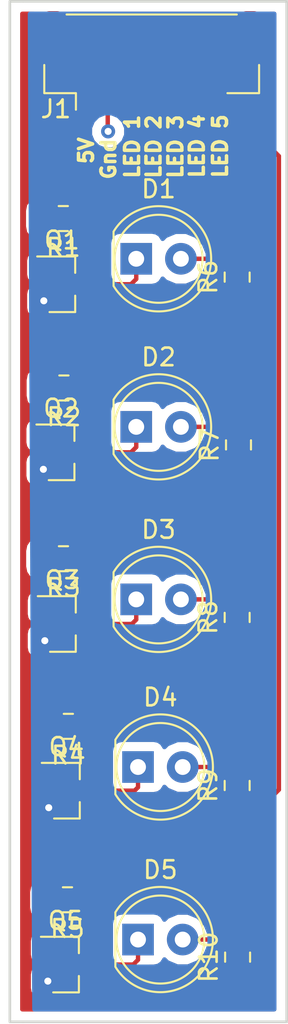
<source format=kicad_pcb>
(kicad_pcb (version 20171130) (host pcbnew "(5.0.1)-3")

  (general
    (thickness 1.6)
    (drawings 13)
    (tracks 71)
    (zones 0)
    (modules 21)
    (nets 24)
  )

  (page A4)
  (layers
    (0 F.Cu signal)
    (31 B.Cu signal hide)
    (32 B.Adhes user)
    (33 F.Adhes user)
    (34 B.Paste user)
    (35 F.Paste user)
    (36 B.SilkS user)
    (37 F.SilkS user)
    (38 B.Mask user)
    (39 F.Mask user)
    (40 Dwgs.User user)
    (41 Cmts.User user)
    (42 Eco1.User user)
    (43 Eco2.User user)
    (44 Edge.Cuts user)
    (45 Margin user)
    (46 B.CrtYd user)
    (47 F.CrtYd user)
    (48 B.Fab user)
    (49 F.Fab user)
  )

  (setup
    (last_trace_width 0.25)
    (trace_clearance 0.2)
    (zone_clearance 0.508)
    (zone_45_only no)
    (trace_min 0.2)
    (segment_width 0.2)
    (edge_width 0.15)
    (via_size 0.8)
    (via_drill 0.4)
    (via_min_size 0.4)
    (via_min_drill 0.3)
    (uvia_size 0.3)
    (uvia_drill 0.1)
    (uvias_allowed no)
    (uvia_min_size 0.2)
    (uvia_min_drill 0.1)
    (pcb_text_width 0.3)
    (pcb_text_size 1.5 1.5)
    (mod_edge_width 0.15)
    (mod_text_size 1 1)
    (mod_text_width 0.15)
    (pad_size 1.524 1.524)
    (pad_drill 0.762)
    (pad_to_mask_clearance 0.051)
    (solder_mask_min_width 0.25)
    (aux_axis_origin 0 0)
    (visible_elements FFFFFF7F)
    (pcbplotparams
      (layerselection 0x010fc_ffffffff)
      (usegerberextensions false)
      (usegerberattributes false)
      (usegerberadvancedattributes false)
      (creategerberjobfile false)
      (excludeedgelayer true)
      (linewidth 0.100000)
      (plotframeref false)
      (viasonmask false)
      (mode 1)
      (useauxorigin false)
      (hpglpennumber 1)
      (hpglpenspeed 20)
      (hpglpendiameter 15.000000)
      (psnegative false)
      (psa4output false)
      (plotreference true)
      (plotvalue true)
      (plotinvisibletext false)
      (padsonsilk false)
      (subtractmaskfromsilk false)
      (outputformat 1)
      (mirror false)
      (drillshape 1)
      (scaleselection 1)
      (outputdirectory ""))
  )

  (net 0 "")
  (net 1 "Net-(D1-Pad1)")
  (net 2 "Net-(D1-Pad2)")
  (net 3 "Net-(D2-Pad1)")
  (net 4 "Net-(D2-Pad2)")
  (net 5 "Net-(D3-Pad2)")
  (net 6 "Net-(D3-Pad1)")
  (net 7 "Net-(D4-Pad2)")
  (net 8 "Net-(D4-Pad1)")
  (net 9 "Net-(D5-Pad1)")
  (net 10 "Net-(D5-Pad2)")
  (net 11 5V)
  (net 12 Gnd)
  (net 13 GPIO1)
  (net 14 GPIO2)
  (net 15 GPIO3)
  (net 16 GPIO4)
  (net 17 GPIO5)
  (net 18 "Net-(Q1-Pad1)")
  (net 19 GND)
  (net 20 "Net-(Q2-Pad1)")
  (net 21 "Net-(Q3-Pad1)")
  (net 22 "Net-(Q4-Pad1)")
  (net 23 "Net-(Q5-Pad1)")

  (net_class Default "This is the default net class."
    (clearance 0.2)
    (trace_width 0.25)
    (via_dia 0.8)
    (via_drill 0.4)
    (uvia_dia 0.3)
    (uvia_drill 0.1)
    (add_net 5V)
    (add_net GND)
    (add_net GPIO1)
    (add_net GPIO2)
    (add_net GPIO3)
    (add_net GPIO4)
    (add_net GPIO5)
    (add_net Gnd)
    (add_net "Net-(D1-Pad1)")
    (add_net "Net-(D1-Pad2)")
    (add_net "Net-(D2-Pad1)")
    (add_net "Net-(D2-Pad2)")
    (add_net "Net-(D3-Pad1)")
    (add_net "Net-(D3-Pad2)")
    (add_net "Net-(D4-Pad1)")
    (add_net "Net-(D4-Pad2)")
    (add_net "Net-(D5-Pad1)")
    (add_net "Net-(D5-Pad2)")
    (add_net "Net-(Q1-Pad1)")
    (add_net "Net-(Q2-Pad1)")
    (add_net "Net-(Q3-Pad1)")
    (add_net "Net-(Q4-Pad1)")
    (add_net "Net-(Q5-Pad1)")
  )

  (module LED_THT:LED_D5.0mm_Clear (layer F.Cu) (tedit 5A6C9BC0) (tstamp 5DDF1E8F)
    (at 127.5842 82.6516)
    (descr "LED, diameter 5.0mm, 2 pins, http://cdn-reichelt.de/documents/datenblatt/A500/LL-504BC2E-009.pdf")
    (tags "LED diameter 5.0mm 2 pins")
    (path /5DD30A7B)
    (fp_text reference D1 (at 1.27 -3.96) (layer F.SilkS)
      (effects (font (size 1 1) (thickness 0.15)))
    )
    (fp_text value LED1 (at 1.27 3.96) (layer F.Fab)
      (effects (font (size 1 1) (thickness 0.15)))
    )
    (fp_text user %R (at 1.25 0) (layer F.Fab)
      (effects (font (size 0.8 0.8) (thickness 0.2)))
    )
    (fp_line (start -1.23 -1.469694) (end -1.23 1.469694) (layer F.Fab) (width 0.1))
    (fp_line (start -1.29 -1.545) (end -1.29 1.545) (layer F.SilkS) (width 0.12))
    (fp_line (start -1.95 -3.25) (end -1.95 3.25) (layer F.CrtYd) (width 0.05))
    (fp_line (start -1.95 3.25) (end 4.5 3.25) (layer F.CrtYd) (width 0.05))
    (fp_line (start 4.5 3.25) (end 4.5 -3.25) (layer F.CrtYd) (width 0.05))
    (fp_line (start 4.5 -3.25) (end -1.95 -3.25) (layer F.CrtYd) (width 0.05))
    (fp_circle (center 1.27 0) (end 3.77 0) (layer F.Fab) (width 0.1))
    (fp_circle (center 1.27 0) (end 3.77 0) (layer F.SilkS) (width 0.12))
    (fp_arc (start 1.27 0) (end -1.23 -1.469694) (angle 299.1) (layer F.Fab) (width 0.1))
    (fp_arc (start 1.27 0) (end -1.29 -1.54483) (angle 148.9) (layer F.SilkS) (width 0.12))
    (fp_arc (start 1.27 0) (end -1.29 1.54483) (angle -148.9) (layer F.SilkS) (width 0.12))
    (pad 1 thru_hole rect (at 0 0) (size 1.8 1.8) (drill 0.9) (layers *.Cu *.Mask)
      (net 1 "Net-(D1-Pad1)"))
    (pad 2 thru_hole circle (at 2.54 0) (size 1.8 1.8) (drill 0.9) (layers *.Cu *.Mask)
      (net 2 "Net-(D1-Pad2)"))
    (model ${KISYS3DMOD}/LED_THT.3dshapes/LED_D5.0mm_Clear.wrl
      (at (xyz 0 0 0))
      (scale (xyz 1 1 1))
      (rotate (xyz 0 0 0))
    )
  )

  (module LED_THT:LED_D5.0mm_Clear (layer F.Cu) (tedit 5A6C9BC0) (tstamp 5DDF1EA1)
    (at 127.5842 92.202)
    (descr "LED, diameter 5.0mm, 2 pins, http://cdn-reichelt.de/documents/datenblatt/A500/LL-504BC2E-009.pdf")
    (tags "LED diameter 5.0mm 2 pins")
    (path /5DD30910)
    (fp_text reference D2 (at 1.27 -3.96) (layer F.SilkS)
      (effects (font (size 1 1) (thickness 0.15)))
    )
    (fp_text value LED2 (at 1.27 3.96) (layer F.Fab)
      (effects (font (size 1 1) (thickness 0.15)))
    )
    (fp_text user %R (at 1.25 0) (layer F.Fab)
      (effects (font (size 0.8 0.8) (thickness 0.2)))
    )
    (fp_line (start -1.23 -1.469694) (end -1.23 1.469694) (layer F.Fab) (width 0.1))
    (fp_line (start -1.29 -1.545) (end -1.29 1.545) (layer F.SilkS) (width 0.12))
    (fp_line (start -1.95 -3.25) (end -1.95 3.25) (layer F.CrtYd) (width 0.05))
    (fp_line (start -1.95 3.25) (end 4.5 3.25) (layer F.CrtYd) (width 0.05))
    (fp_line (start 4.5 3.25) (end 4.5 -3.25) (layer F.CrtYd) (width 0.05))
    (fp_line (start 4.5 -3.25) (end -1.95 -3.25) (layer F.CrtYd) (width 0.05))
    (fp_circle (center 1.27 0) (end 3.77 0) (layer F.Fab) (width 0.1))
    (fp_circle (center 1.27 0) (end 3.77 0) (layer F.SilkS) (width 0.12))
    (fp_arc (start 1.27 0) (end -1.23 -1.469694) (angle 299.1) (layer F.Fab) (width 0.1))
    (fp_arc (start 1.27 0) (end -1.29 -1.54483) (angle 148.9) (layer F.SilkS) (width 0.12))
    (fp_arc (start 1.27 0) (end -1.29 1.54483) (angle -148.9) (layer F.SilkS) (width 0.12))
    (pad 1 thru_hole rect (at 0 0) (size 1.8 1.8) (drill 0.9) (layers *.Cu *.Mask)
      (net 3 "Net-(D2-Pad1)"))
    (pad 2 thru_hole circle (at 2.54 0) (size 1.8 1.8) (drill 0.9) (layers *.Cu *.Mask)
      (net 4 "Net-(D2-Pad2)"))
    (model ${KISYS3DMOD}/LED_THT.3dshapes/LED_D5.0mm_Clear.wrl
      (at (xyz 0 0 0))
      (scale (xyz 1 1 1))
      (rotate (xyz 0 0 0))
    )
  )

  (module LED_THT:LED_D5.0mm_Clear (layer F.Cu) (tedit 5A6C9BC0) (tstamp 5DDF1EB3)
    (at 127.5842 102.0064)
    (descr "LED, diameter 5.0mm, 2 pins, http://cdn-reichelt.de/documents/datenblatt/A500/LL-504BC2E-009.pdf")
    (tags "LED diameter 5.0mm 2 pins")
    (path /5DD30871)
    (fp_text reference D3 (at 1.27 -3.96) (layer F.SilkS)
      (effects (font (size 1 1) (thickness 0.15)))
    )
    (fp_text value LED3 (at 1.27 3.96) (layer F.Fab)
      (effects (font (size 1 1) (thickness 0.15)))
    )
    (fp_arc (start 1.27 0) (end -1.29 1.54483) (angle -148.9) (layer F.SilkS) (width 0.12))
    (fp_arc (start 1.27 0) (end -1.29 -1.54483) (angle 148.9) (layer F.SilkS) (width 0.12))
    (fp_arc (start 1.27 0) (end -1.23 -1.469694) (angle 299.1) (layer F.Fab) (width 0.1))
    (fp_circle (center 1.27 0) (end 3.77 0) (layer F.SilkS) (width 0.12))
    (fp_circle (center 1.27 0) (end 3.77 0) (layer F.Fab) (width 0.1))
    (fp_line (start 4.5 -3.25) (end -1.95 -3.25) (layer F.CrtYd) (width 0.05))
    (fp_line (start 4.5 3.25) (end 4.5 -3.25) (layer F.CrtYd) (width 0.05))
    (fp_line (start -1.95 3.25) (end 4.5 3.25) (layer F.CrtYd) (width 0.05))
    (fp_line (start -1.95 -3.25) (end -1.95 3.25) (layer F.CrtYd) (width 0.05))
    (fp_line (start -1.29 -1.545) (end -1.29 1.545) (layer F.SilkS) (width 0.12))
    (fp_line (start -1.23 -1.469694) (end -1.23 1.469694) (layer F.Fab) (width 0.1))
    (fp_text user %R (at 1.25 0) (layer F.Fab)
      (effects (font (size 0.8 0.8) (thickness 0.2)))
    )
    (pad 2 thru_hole circle (at 2.54 0) (size 1.8 1.8) (drill 0.9) (layers *.Cu *.Mask)
      (net 5 "Net-(D3-Pad2)"))
    (pad 1 thru_hole rect (at 0 0) (size 1.8 1.8) (drill 0.9) (layers *.Cu *.Mask)
      (net 6 "Net-(D3-Pad1)"))
    (model ${KISYS3DMOD}/LED_THT.3dshapes/LED_D5.0mm_Clear.wrl
      (at (xyz 0 0 0))
      (scale (xyz 1 1 1))
      (rotate (xyz 0 0 0))
    )
  )

  (module LED_THT:LED_D5.0mm_Clear (layer F.Cu) (tedit 5A6C9BC0) (tstamp 5DDF1EC5)
    (at 127.6858 111.5314)
    (descr "LED, diameter 5.0mm, 2 pins, http://cdn-reichelt.de/documents/datenblatt/A500/LL-504BC2E-009.pdf")
    (tags "LED diameter 5.0mm 2 pins")
    (path /5DD307EE)
    (fp_text reference D4 (at 1.27 -3.96) (layer F.SilkS)
      (effects (font (size 1 1) (thickness 0.15)))
    )
    (fp_text value LED4 (at 1.27 3.96) (layer F.Fab)
      (effects (font (size 1 1) (thickness 0.15)))
    )
    (fp_arc (start 1.27 0) (end -1.29 1.54483) (angle -148.9) (layer F.SilkS) (width 0.12))
    (fp_arc (start 1.27 0) (end -1.29 -1.54483) (angle 148.9) (layer F.SilkS) (width 0.12))
    (fp_arc (start 1.27 0) (end -1.23 -1.469694) (angle 299.1) (layer F.Fab) (width 0.1))
    (fp_circle (center 1.27 0) (end 3.77 0) (layer F.SilkS) (width 0.12))
    (fp_circle (center 1.27 0) (end 3.77 0) (layer F.Fab) (width 0.1))
    (fp_line (start 4.5 -3.25) (end -1.95 -3.25) (layer F.CrtYd) (width 0.05))
    (fp_line (start 4.5 3.25) (end 4.5 -3.25) (layer F.CrtYd) (width 0.05))
    (fp_line (start -1.95 3.25) (end 4.5 3.25) (layer F.CrtYd) (width 0.05))
    (fp_line (start -1.95 -3.25) (end -1.95 3.25) (layer F.CrtYd) (width 0.05))
    (fp_line (start -1.29 -1.545) (end -1.29 1.545) (layer F.SilkS) (width 0.12))
    (fp_line (start -1.23 -1.469694) (end -1.23 1.469694) (layer F.Fab) (width 0.1))
    (fp_text user %R (at 1.25 0) (layer F.Fab)
      (effects (font (size 0.8 0.8) (thickness 0.2)))
    )
    (pad 2 thru_hole circle (at 2.54 0) (size 1.8 1.8) (drill 0.9) (layers *.Cu *.Mask)
      (net 7 "Net-(D4-Pad2)"))
    (pad 1 thru_hole rect (at 0 0) (size 1.8 1.8) (drill 0.9) (layers *.Cu *.Mask)
      (net 8 "Net-(D4-Pad1)"))
    (model ${KISYS3DMOD}/LED_THT.3dshapes/LED_D5.0mm_Clear.wrl
      (at (xyz 0 0 0))
      (scale (xyz 1 1 1))
      (rotate (xyz 0 0 0))
    )
  )

  (module LED_THT:LED_D5.0mm_Clear (layer F.Cu) (tedit 5A6C9BC0) (tstamp 5DDF1ED7)
    (at 127.6858 121.3358)
    (descr "LED, diameter 5.0mm, 2 pins, http://cdn-reichelt.de/documents/datenblatt/A500/LL-504BC2E-009.pdf")
    (tags "LED diameter 5.0mm 2 pins")
    (path /5DD2B3AF)
    (fp_text reference D5 (at 1.27 -3.96) (layer F.SilkS)
      (effects (font (size 1 1) (thickness 0.15)))
    )
    (fp_text value LED5 (at 1.27 3.96) (layer F.Fab)
      (effects (font (size 1 1) (thickness 0.15)))
    )
    (fp_text user %R (at 1.25 0) (layer F.Fab)
      (effects (font (size 0.8 0.8) (thickness 0.2)))
    )
    (fp_line (start -1.23 -1.469694) (end -1.23 1.469694) (layer F.Fab) (width 0.1))
    (fp_line (start -1.29 -1.545) (end -1.29 1.545) (layer F.SilkS) (width 0.12))
    (fp_line (start -1.95 -3.25) (end -1.95 3.25) (layer F.CrtYd) (width 0.05))
    (fp_line (start -1.95 3.25) (end 4.5 3.25) (layer F.CrtYd) (width 0.05))
    (fp_line (start 4.5 3.25) (end 4.5 -3.25) (layer F.CrtYd) (width 0.05))
    (fp_line (start 4.5 -3.25) (end -1.95 -3.25) (layer F.CrtYd) (width 0.05))
    (fp_circle (center 1.27 0) (end 3.77 0) (layer F.Fab) (width 0.1))
    (fp_circle (center 1.27 0) (end 3.77 0) (layer F.SilkS) (width 0.12))
    (fp_arc (start 1.27 0) (end -1.23 -1.469694) (angle 299.1) (layer F.Fab) (width 0.1))
    (fp_arc (start 1.27 0) (end -1.29 -1.54483) (angle 148.9) (layer F.SilkS) (width 0.12))
    (fp_arc (start 1.27 0) (end -1.29 1.54483) (angle -148.9) (layer F.SilkS) (width 0.12))
    (pad 1 thru_hole rect (at 0 0) (size 1.8 1.8) (drill 0.9) (layers *.Cu *.Mask)
      (net 9 "Net-(D5-Pad1)"))
    (pad 2 thru_hole circle (at 2.54 0) (size 1.8 1.8) (drill 0.9) (layers *.Cu *.Mask)
      (net 10 "Net-(D5-Pad2)"))
    (model ${KISYS3DMOD}/LED_THT.3dshapes/LED_D5.0mm_Clear.wrl
      (at (xyz 0 0 0))
      (scale (xyz 1 1 1))
      (rotate (xyz 0 0 0))
    )
  )

  (module Connector_JST:JST_GH_BM07B-GHS-TBT_1x07-1MP_P1.25mm_Vertical (layer F.Cu) (tedit 5DD2BB3A) (tstamp 5DDF1F11)
    (at 128.4624 71.3798)
    (descr "JST GH series connector, BM07B-GHS-TBT (http://www.jst-mfg.com/product/pdf/eng/eGH.pdf), generated with kicad-footprint-generator")
    (tags "connector JST GH side entry")
    (path /5DD317C7)
    (attr smd)
    (fp_text reference J1 (at -5.4502 2.7628) (layer F.SilkS)
      (effects (font (size 1 1) (thickness 0.15)))
    )
    (fp_text value Conn_01x07 (at 0 4) (layer F.Fab)
      (effects (font (size 1 1) (thickness 0.15)))
    )
    (fp_line (start -6 1.75) (end 6 1.75) (layer F.Fab) (width 0.1))
    (fp_line (start -6.11 0.26) (end -6.11 1.86) (layer F.SilkS) (width 0.12))
    (fp_line (start -6.11 1.86) (end -4.31 1.86) (layer F.SilkS) (width 0.12))
    (fp_line (start -4.31 1.86) (end -4.31 2.8) (layer F.SilkS) (width 0.12))
    (fp_line (start 6.11 0.26) (end 6.11 1.86) (layer F.SilkS) (width 0.12))
    (fp_line (start 6.11 1.86) (end 4.31 1.86) (layer F.SilkS) (width 0.12))
    (fp_line (start -4.84 -2.61) (end 4.84 -2.61) (layer F.SilkS) (width 0.12))
    (fp_line (start -6 -2.5) (end 6 -2.5) (layer F.Fab) (width 0.1))
    (fp_line (start -6 1.75) (end -6 -2.5) (layer F.Fab) (width 0.1))
    (fp_line (start 6 1.75) (end 6 -2.5) (layer F.Fab) (width 0.1))
    (fp_line (start -4 -0.5) (end -4 0) (layer F.Fab) (width 0.1))
    (fp_line (start -4 0) (end -3.5 0) (layer F.Fab) (width 0.1))
    (fp_line (start -3.5 0) (end -3.5 -0.5) (layer F.Fab) (width 0.1))
    (fp_line (start -3.5 -0.5) (end -4 -0.5) (layer F.Fab) (width 0.1))
    (fp_line (start -2.75 -0.5) (end -2.75 0) (layer F.Fab) (width 0.1))
    (fp_line (start -2.75 0) (end -2.25 0) (layer F.Fab) (width 0.1))
    (fp_line (start -2.25 0) (end -2.25 -0.5) (layer F.Fab) (width 0.1))
    (fp_line (start -2.25 -0.5) (end -2.75 -0.5) (layer F.Fab) (width 0.1))
    (fp_line (start -1.5 -0.5) (end -1.5 0) (layer F.Fab) (width 0.1))
    (fp_line (start -1.5 0) (end -1 0) (layer F.Fab) (width 0.1))
    (fp_line (start -1 0) (end -1 -0.5) (layer F.Fab) (width 0.1))
    (fp_line (start -1 -0.5) (end -1.5 -0.5) (layer F.Fab) (width 0.1))
    (fp_line (start -0.25 -0.5) (end -0.25 0) (layer F.Fab) (width 0.1))
    (fp_line (start -0.25 0) (end 0.25 0) (layer F.Fab) (width 0.1))
    (fp_line (start 0.25 0) (end 0.25 -0.5) (layer F.Fab) (width 0.1))
    (fp_line (start 0.25 -0.5) (end -0.25 -0.5) (layer F.Fab) (width 0.1))
    (fp_line (start 1 -0.5) (end 1 0) (layer F.Fab) (width 0.1))
    (fp_line (start 1 0) (end 1.5 0) (layer F.Fab) (width 0.1))
    (fp_line (start 1.5 0) (end 1.5 -0.5) (layer F.Fab) (width 0.1))
    (fp_line (start 1.5 -0.5) (end 1 -0.5) (layer F.Fab) (width 0.1))
    (fp_line (start 2.25 -0.5) (end 2.25 0) (layer F.Fab) (width 0.1))
    (fp_line (start 2.25 0) (end 2.75 0) (layer F.Fab) (width 0.1))
    (fp_line (start 2.75 0) (end 2.75 -0.5) (layer F.Fab) (width 0.1))
    (fp_line (start 2.75 -0.5) (end 2.25 -0.5) (layer F.Fab) (width 0.1))
    (fp_line (start 3.5 -0.5) (end 3.5 0) (layer F.Fab) (width 0.1))
    (fp_line (start 3.5 0) (end 4 0) (layer F.Fab) (width 0.1))
    (fp_line (start 4 0) (end 4 -0.5) (layer F.Fab) (width 0.1))
    (fp_line (start 4 -0.5) (end 3.5 -0.5) (layer F.Fab) (width 0.1))
    (fp_line (start -6.6 -3.3) (end -6.6 3.3) (layer F.CrtYd) (width 0.05))
    (fp_line (start -6.6 3.3) (end 6.6 3.3) (layer F.CrtYd) (width 0.05))
    (fp_line (start 6.6 3.3) (end 6.6 -3.3) (layer F.CrtYd) (width 0.05))
    (fp_line (start 6.6 -3.3) (end -6.6 -3.3) (layer F.CrtYd) (width 0.05))
    (fp_line (start -4.25 1.75) (end -3.75 1.042893) (layer F.Fab) (width 0.1))
    (fp_line (start -3.75 1.042893) (end -3.25 1.75) (layer F.Fab) (width 0.1))
    (fp_text user %R (at 0 -1.5) (layer F.Fab)
      (effects (font (size 1 1) (thickness 0.15)))
    )
    (pad 1 smd roundrect (at -3.75 1.95) (size 0.6 1.7) (layers F.Cu F.Paste F.Mask) (roundrect_rratio 0.25)
      (net 11 5V))
    (pad 2 smd roundrect (at -2.5 1.95) (size 0.6 1.7) (layers F.Cu F.Paste F.Mask) (roundrect_rratio 0.25)
      (net 12 Gnd))
    (pad 3 smd roundrect (at -1.25 1.95) (size 0.6 1.7) (layers F.Cu F.Paste F.Mask) (roundrect_rratio 0.25)
      (net 13 GPIO1))
    (pad 4 smd roundrect (at 0 1.95) (size 0.6 1.7) (layers F.Cu F.Paste F.Mask) (roundrect_rratio 0.25)
      (net 14 GPIO2))
    (pad 5 smd roundrect (at 1.25 1.95) (size 0.6 1.7) (layers F.Cu F.Paste F.Mask) (roundrect_rratio 0.25)
      (net 15 GPIO3))
    (pad 6 smd roundrect (at 2.5 1.95) (size 0.6 1.7) (layers F.Cu F.Paste F.Mask) (roundrect_rratio 0.25)
      (net 16 GPIO4))
    (pad 7 smd roundrect (at 3.75 1.95) (size 0.6 1.7) (layers F.Cu F.Paste F.Mask) (roundrect_rratio 0.25)
      (net 17 GPIO5))
    (pad MP smd roundrect (at -5.6 -1.4) (size 1 2.8) (layers F.Cu F.Paste F.Mask) (roundrect_rratio 0.25))
    (pad MP smd roundrect (at 5.6 -1.4) (size 1 2.8) (layers F.Cu F.Paste F.Mask) (roundrect_rratio 0.25))
    (model ${KISYS3DMOD}/Connector_JST.3dshapes/JST_GH_BM07B-GHS-TBT_1x07-1MP_P1.25mm_Vertical.wrl
      (at (xyz 0 0 0))
      (scale (xyz 1 1 1))
      (rotate (xyz 0 0 0))
    )
  )

  (module Package_TO_SOT_SMD:SOT-23 (layer F.Cu) (tedit 5A02FF57) (tstamp 5DDF1F26)
    (at 123.3518 84.0994)
    (descr "SOT-23, Standard")
    (tags SOT-23)
    (path /5DD30A6D)
    (attr smd)
    (fp_text reference Q1 (at 0 -2.5) (layer F.SilkS)
      (effects (font (size 1 1) (thickness 0.15)))
    )
    (fp_text value BC847 (at 0 2.5) (layer F.Fab)
      (effects (font (size 1 1) (thickness 0.15)))
    )
    (fp_text user %R (at 0 0 90) (layer F.Fab)
      (effects (font (size 0.5 0.5) (thickness 0.075)))
    )
    (fp_line (start -0.7 -0.95) (end -0.7 1.5) (layer F.Fab) (width 0.1))
    (fp_line (start -0.15 -1.52) (end 0.7 -1.52) (layer F.Fab) (width 0.1))
    (fp_line (start -0.7 -0.95) (end -0.15 -1.52) (layer F.Fab) (width 0.1))
    (fp_line (start 0.7 -1.52) (end 0.7 1.52) (layer F.Fab) (width 0.1))
    (fp_line (start -0.7 1.52) (end 0.7 1.52) (layer F.Fab) (width 0.1))
    (fp_line (start 0.76 1.58) (end 0.76 0.65) (layer F.SilkS) (width 0.12))
    (fp_line (start 0.76 -1.58) (end 0.76 -0.65) (layer F.SilkS) (width 0.12))
    (fp_line (start -1.7 -1.75) (end 1.7 -1.75) (layer F.CrtYd) (width 0.05))
    (fp_line (start 1.7 -1.75) (end 1.7 1.75) (layer F.CrtYd) (width 0.05))
    (fp_line (start 1.7 1.75) (end -1.7 1.75) (layer F.CrtYd) (width 0.05))
    (fp_line (start -1.7 1.75) (end -1.7 -1.75) (layer F.CrtYd) (width 0.05))
    (fp_line (start 0.76 -1.58) (end -1.4 -1.58) (layer F.SilkS) (width 0.12))
    (fp_line (start 0.76 1.58) (end -0.7 1.58) (layer F.SilkS) (width 0.12))
    (pad 1 smd rect (at -1 -0.95) (size 0.9 0.8) (layers F.Cu F.Paste F.Mask)
      (net 18 "Net-(Q1-Pad1)"))
    (pad 2 smd rect (at -1 0.95) (size 0.9 0.8) (layers F.Cu F.Paste F.Mask)
      (net 19 GND))
    (pad 3 smd rect (at 1 0) (size 0.9 0.8) (layers F.Cu F.Paste F.Mask)
      (net 1 "Net-(D1-Pad1)"))
    (model ${KISYS3DMOD}/Package_TO_SOT_SMD.3dshapes/SOT-23.wrl
      (at (xyz 0 0 0))
      (scale (xyz 1 1 1))
      (rotate (xyz 0 0 0))
    )
  )

  (module Package_TO_SOT_SMD:SOT-23 (layer F.Cu) (tedit 5A02FF57) (tstamp 5DDF1F3B)
    (at 123.3076 93.6498)
    (descr "SOT-23, Standard")
    (tags SOT-23)
    (path /5DD30902)
    (attr smd)
    (fp_text reference Q2 (at 0 -2.5) (layer F.SilkS)
      (effects (font (size 1 1) (thickness 0.15)))
    )
    (fp_text value BC847 (at 0 2.5) (layer F.Fab)
      (effects (font (size 1 1) (thickness 0.15)))
    )
    (fp_line (start 0.76 1.58) (end -0.7 1.58) (layer F.SilkS) (width 0.12))
    (fp_line (start 0.76 -1.58) (end -1.4 -1.58) (layer F.SilkS) (width 0.12))
    (fp_line (start -1.7 1.75) (end -1.7 -1.75) (layer F.CrtYd) (width 0.05))
    (fp_line (start 1.7 1.75) (end -1.7 1.75) (layer F.CrtYd) (width 0.05))
    (fp_line (start 1.7 -1.75) (end 1.7 1.75) (layer F.CrtYd) (width 0.05))
    (fp_line (start -1.7 -1.75) (end 1.7 -1.75) (layer F.CrtYd) (width 0.05))
    (fp_line (start 0.76 -1.58) (end 0.76 -0.65) (layer F.SilkS) (width 0.12))
    (fp_line (start 0.76 1.58) (end 0.76 0.65) (layer F.SilkS) (width 0.12))
    (fp_line (start -0.7 1.52) (end 0.7 1.52) (layer F.Fab) (width 0.1))
    (fp_line (start 0.7 -1.52) (end 0.7 1.52) (layer F.Fab) (width 0.1))
    (fp_line (start -0.7 -0.95) (end -0.15 -1.52) (layer F.Fab) (width 0.1))
    (fp_line (start -0.15 -1.52) (end 0.7 -1.52) (layer F.Fab) (width 0.1))
    (fp_line (start -0.7 -0.95) (end -0.7 1.5) (layer F.Fab) (width 0.1))
    (fp_text user %R (at 0 0 90) (layer F.Fab)
      (effects (font (size 0.5 0.5) (thickness 0.075)))
    )
    (pad 3 smd rect (at 1 0) (size 0.9 0.8) (layers F.Cu F.Paste F.Mask)
      (net 3 "Net-(D2-Pad1)"))
    (pad 2 smd rect (at -1 0.95) (size 0.9 0.8) (layers F.Cu F.Paste F.Mask)
      (net 19 GND))
    (pad 1 smd rect (at -1 -0.95) (size 0.9 0.8) (layers F.Cu F.Paste F.Mask)
      (net 20 "Net-(Q2-Pad1)"))
    (model ${KISYS3DMOD}/Package_TO_SOT_SMD.3dshapes/SOT-23.wrl
      (at (xyz 0 0 0))
      (scale (xyz 1 1 1))
      (rotate (xyz 0 0 0))
    )
  )

  (module Package_TO_SOT_SMD:SOT-23 (layer F.Cu) (tedit 5A02FF57) (tstamp 5DDF1F50)
    (at 123.3838 103.4034)
    (descr "SOT-23, Standard")
    (tags SOT-23)
    (path /5DD30863)
    (attr smd)
    (fp_text reference Q3 (at 0 -2.5) (layer F.SilkS)
      (effects (font (size 1 1) (thickness 0.15)))
    )
    (fp_text value BC847 (at 0 2.5) (layer F.Fab)
      (effects (font (size 1 1) (thickness 0.15)))
    )
    (fp_line (start 0.76 1.58) (end -0.7 1.58) (layer F.SilkS) (width 0.12))
    (fp_line (start 0.76 -1.58) (end -1.4 -1.58) (layer F.SilkS) (width 0.12))
    (fp_line (start -1.7 1.75) (end -1.7 -1.75) (layer F.CrtYd) (width 0.05))
    (fp_line (start 1.7 1.75) (end -1.7 1.75) (layer F.CrtYd) (width 0.05))
    (fp_line (start 1.7 -1.75) (end 1.7 1.75) (layer F.CrtYd) (width 0.05))
    (fp_line (start -1.7 -1.75) (end 1.7 -1.75) (layer F.CrtYd) (width 0.05))
    (fp_line (start 0.76 -1.58) (end 0.76 -0.65) (layer F.SilkS) (width 0.12))
    (fp_line (start 0.76 1.58) (end 0.76 0.65) (layer F.SilkS) (width 0.12))
    (fp_line (start -0.7 1.52) (end 0.7 1.52) (layer F.Fab) (width 0.1))
    (fp_line (start 0.7 -1.52) (end 0.7 1.52) (layer F.Fab) (width 0.1))
    (fp_line (start -0.7 -0.95) (end -0.15 -1.52) (layer F.Fab) (width 0.1))
    (fp_line (start -0.15 -1.52) (end 0.7 -1.52) (layer F.Fab) (width 0.1))
    (fp_line (start -0.7 -0.95) (end -0.7 1.5) (layer F.Fab) (width 0.1))
    (fp_text user %R (at 0 0 90) (layer F.Fab)
      (effects (font (size 0.5 0.5) (thickness 0.075)))
    )
    (pad 3 smd rect (at 1 0) (size 0.9 0.8) (layers F.Cu F.Paste F.Mask)
      (net 6 "Net-(D3-Pad1)"))
    (pad 2 smd rect (at -1 0.95) (size 0.9 0.8) (layers F.Cu F.Paste F.Mask)
      (net 19 GND))
    (pad 1 smd rect (at -1 -0.95) (size 0.9 0.8) (layers F.Cu F.Paste F.Mask)
      (net 21 "Net-(Q3-Pad1)"))
    (model ${KISYS3DMOD}/Package_TO_SOT_SMD.3dshapes/SOT-23.wrl
      (at (xyz 0 0 0))
      (scale (xyz 1 1 1))
      (rotate (xyz 0 0 0))
    )
  )

  (module Package_TO_SOT_SMD:SOT-23 (layer F.Cu) (tedit 5A02FF57) (tstamp 5DDF1F65)
    (at 123.6124 112.8776)
    (descr "SOT-23, Standard")
    (tags SOT-23)
    (path /5DD307E0)
    (attr smd)
    (fp_text reference Q4 (at 0 -2.5) (layer F.SilkS)
      (effects (font (size 1 1) (thickness 0.15)))
    )
    (fp_text value BC847 (at 0 2.5) (layer F.Fab)
      (effects (font (size 1 1) (thickness 0.15)))
    )
    (fp_text user %R (at 0 0 90) (layer F.Fab)
      (effects (font (size 0.5 0.5) (thickness 0.075)))
    )
    (fp_line (start -0.7 -0.95) (end -0.7 1.5) (layer F.Fab) (width 0.1))
    (fp_line (start -0.15 -1.52) (end 0.7 -1.52) (layer F.Fab) (width 0.1))
    (fp_line (start -0.7 -0.95) (end -0.15 -1.52) (layer F.Fab) (width 0.1))
    (fp_line (start 0.7 -1.52) (end 0.7 1.52) (layer F.Fab) (width 0.1))
    (fp_line (start -0.7 1.52) (end 0.7 1.52) (layer F.Fab) (width 0.1))
    (fp_line (start 0.76 1.58) (end 0.76 0.65) (layer F.SilkS) (width 0.12))
    (fp_line (start 0.76 -1.58) (end 0.76 -0.65) (layer F.SilkS) (width 0.12))
    (fp_line (start -1.7 -1.75) (end 1.7 -1.75) (layer F.CrtYd) (width 0.05))
    (fp_line (start 1.7 -1.75) (end 1.7 1.75) (layer F.CrtYd) (width 0.05))
    (fp_line (start 1.7 1.75) (end -1.7 1.75) (layer F.CrtYd) (width 0.05))
    (fp_line (start -1.7 1.75) (end -1.7 -1.75) (layer F.CrtYd) (width 0.05))
    (fp_line (start 0.76 -1.58) (end -1.4 -1.58) (layer F.SilkS) (width 0.12))
    (fp_line (start 0.76 1.58) (end -0.7 1.58) (layer F.SilkS) (width 0.12))
    (pad 1 smd rect (at -1 -0.95) (size 0.9 0.8) (layers F.Cu F.Paste F.Mask)
      (net 22 "Net-(Q4-Pad1)"))
    (pad 2 smd rect (at -1 0.95) (size 0.9 0.8) (layers F.Cu F.Paste F.Mask)
      (net 19 GND))
    (pad 3 smd rect (at 1 0) (size 0.9 0.8) (layers F.Cu F.Paste F.Mask)
      (net 8 "Net-(D4-Pad1)"))
    (model ${KISYS3DMOD}/Package_TO_SOT_SMD.3dshapes/SOT-23.wrl
      (at (xyz 0 0 0))
      (scale (xyz 1 1 1))
      (rotate (xyz 0 0 0))
    )
  )

  (module Package_TO_SOT_SMD:SOT-23 (layer F.Cu) (tedit 5A02FF57) (tstamp 5DDF1F7A)
    (at 123.5616 122.7582)
    (descr "SOT-23, Standard")
    (tags SOT-23)
    (path /5DD2B3A1)
    (attr smd)
    (fp_text reference Q5 (at 0 -2.5) (layer F.SilkS)
      (effects (font (size 1 1) (thickness 0.15)))
    )
    (fp_text value BC847 (at 0 2.5) (layer F.Fab)
      (effects (font (size 1 1) (thickness 0.15)))
    )
    (fp_text user %R (at 0 0 90) (layer F.Fab)
      (effects (font (size 0.5 0.5) (thickness 0.075)))
    )
    (fp_line (start -0.7 -0.95) (end -0.7 1.5) (layer F.Fab) (width 0.1))
    (fp_line (start -0.15 -1.52) (end 0.7 -1.52) (layer F.Fab) (width 0.1))
    (fp_line (start -0.7 -0.95) (end -0.15 -1.52) (layer F.Fab) (width 0.1))
    (fp_line (start 0.7 -1.52) (end 0.7 1.52) (layer F.Fab) (width 0.1))
    (fp_line (start -0.7 1.52) (end 0.7 1.52) (layer F.Fab) (width 0.1))
    (fp_line (start 0.76 1.58) (end 0.76 0.65) (layer F.SilkS) (width 0.12))
    (fp_line (start 0.76 -1.58) (end 0.76 -0.65) (layer F.SilkS) (width 0.12))
    (fp_line (start -1.7 -1.75) (end 1.7 -1.75) (layer F.CrtYd) (width 0.05))
    (fp_line (start 1.7 -1.75) (end 1.7 1.75) (layer F.CrtYd) (width 0.05))
    (fp_line (start 1.7 1.75) (end -1.7 1.75) (layer F.CrtYd) (width 0.05))
    (fp_line (start -1.7 1.75) (end -1.7 -1.75) (layer F.CrtYd) (width 0.05))
    (fp_line (start 0.76 -1.58) (end -1.4 -1.58) (layer F.SilkS) (width 0.12))
    (fp_line (start 0.76 1.58) (end -0.7 1.58) (layer F.SilkS) (width 0.12))
    (pad 1 smd rect (at -1 -0.95) (size 0.9 0.8) (layers F.Cu F.Paste F.Mask)
      (net 23 "Net-(Q5-Pad1)"))
    (pad 2 smd rect (at -1 0.95) (size 0.9 0.8) (layers F.Cu F.Paste F.Mask)
      (net 19 GND))
    (pad 3 smd rect (at 1 0) (size 0.9 0.8) (layers F.Cu F.Paste F.Mask)
      (net 9 "Net-(D5-Pad1)"))
    (model ${KISYS3DMOD}/Package_TO_SOT_SMD.3dshapes/SOT-23.wrl
      (at (xyz 0 0 0))
      (scale (xyz 1 1 1))
      (rotate (xyz 0 0 0))
    )
  )

  (module Resistor_SMD:R_0805_2012Metric_Pad1.15x1.40mm_HandSolder (layer F.Cu) (tedit 5B36C52B) (tstamp 5DDF1F8B)
    (at 123.435 80.3656 180)
    (descr "Resistor SMD 0805 (2012 Metric), square (rectangular) end terminal, IPC_7351 nominal with elongated pad for handsoldering. (Body size source: https://docs.google.com/spreadsheets/d/1BsfQQcO9C6DZCsRaXUlFlo91Tg2WpOkGARC1WS5S8t0/edit?usp=sharing), generated with kicad-footprint-generator")
    (tags "resistor handsolder")
    (path /5DD30A82)
    (attr smd)
    (fp_text reference R1 (at 0 -1.65 180) (layer F.SilkS)
      (effects (font (size 1 1) (thickness 0.15)))
    )
    (fp_text value "10K Ohm" (at 0 1.65 180) (layer F.Fab)
      (effects (font (size 1 1) (thickness 0.15)))
    )
    (fp_text user %R (at 0 0 180) (layer F.Fab)
      (effects (font (size 0.5 0.5) (thickness 0.08)))
    )
    (fp_line (start 1.85 0.95) (end -1.85 0.95) (layer F.CrtYd) (width 0.05))
    (fp_line (start 1.85 -0.95) (end 1.85 0.95) (layer F.CrtYd) (width 0.05))
    (fp_line (start -1.85 -0.95) (end 1.85 -0.95) (layer F.CrtYd) (width 0.05))
    (fp_line (start -1.85 0.95) (end -1.85 -0.95) (layer F.CrtYd) (width 0.05))
    (fp_line (start -0.261252 0.71) (end 0.261252 0.71) (layer F.SilkS) (width 0.12))
    (fp_line (start -0.261252 -0.71) (end 0.261252 -0.71) (layer F.SilkS) (width 0.12))
    (fp_line (start 1 0.6) (end -1 0.6) (layer F.Fab) (width 0.1))
    (fp_line (start 1 -0.6) (end 1 0.6) (layer F.Fab) (width 0.1))
    (fp_line (start -1 -0.6) (end 1 -0.6) (layer F.Fab) (width 0.1))
    (fp_line (start -1 0.6) (end -1 -0.6) (layer F.Fab) (width 0.1))
    (pad 2 smd roundrect (at 1.025 0 180) (size 1.15 1.4) (layers F.Cu F.Paste F.Mask) (roundrect_rratio 0.217391)
      (net 18 "Net-(Q1-Pad1)"))
    (pad 1 smd roundrect (at -1.025 0 180) (size 1.15 1.4) (layers F.Cu F.Paste F.Mask) (roundrect_rratio 0.217391)
      (net 13 GPIO1))
    (model ${KISYS3DMOD}/Resistor_SMD.3dshapes/R_0805_2012Metric.wrl
      (at (xyz 0 0 0))
      (scale (xyz 1 1 1))
      (rotate (xyz 0 0 0))
    )
  )

  (module Resistor_SMD:R_0805_2012Metric_Pad1.15x1.40mm_HandSolder (layer F.Cu) (tedit 5B36C52B) (tstamp 5DDF1F9C)
    (at 123.4694 89.9922 180)
    (descr "Resistor SMD 0805 (2012 Metric), square (rectangular) end terminal, IPC_7351 nominal with elongated pad for handsoldering. (Body size source: https://docs.google.com/spreadsheets/d/1BsfQQcO9C6DZCsRaXUlFlo91Tg2WpOkGARC1WS5S8t0/edit?usp=sharing), generated with kicad-footprint-generator")
    (tags "resistor handsolder")
    (path /5DD30917)
    (attr smd)
    (fp_text reference R2 (at 0 -1.65 180) (layer F.SilkS)
      (effects (font (size 1 1) (thickness 0.15)))
    )
    (fp_text value "10K Ohm" (at 0 1.65 180) (layer F.Fab)
      (effects (font (size 1 1) (thickness 0.15)))
    )
    (fp_text user %R (at 0 0 180) (layer F.Fab)
      (effects (font (size 0.5 0.5) (thickness 0.08)))
    )
    (fp_line (start 1.85 0.95) (end -1.85 0.95) (layer F.CrtYd) (width 0.05))
    (fp_line (start 1.85 -0.95) (end 1.85 0.95) (layer F.CrtYd) (width 0.05))
    (fp_line (start -1.85 -0.95) (end 1.85 -0.95) (layer F.CrtYd) (width 0.05))
    (fp_line (start -1.85 0.95) (end -1.85 -0.95) (layer F.CrtYd) (width 0.05))
    (fp_line (start -0.261252 0.71) (end 0.261252 0.71) (layer F.SilkS) (width 0.12))
    (fp_line (start -0.261252 -0.71) (end 0.261252 -0.71) (layer F.SilkS) (width 0.12))
    (fp_line (start 1 0.6) (end -1 0.6) (layer F.Fab) (width 0.1))
    (fp_line (start 1 -0.6) (end 1 0.6) (layer F.Fab) (width 0.1))
    (fp_line (start -1 -0.6) (end 1 -0.6) (layer F.Fab) (width 0.1))
    (fp_line (start -1 0.6) (end -1 -0.6) (layer F.Fab) (width 0.1))
    (pad 2 smd roundrect (at 1.025 0 180) (size 1.15 1.4) (layers F.Cu F.Paste F.Mask) (roundrect_rratio 0.217391)
      (net 20 "Net-(Q2-Pad1)"))
    (pad 1 smd roundrect (at -1.025 0 180) (size 1.15 1.4) (layers F.Cu F.Paste F.Mask) (roundrect_rratio 0.217391)
      (net 14 GPIO2))
    (model ${KISYS3DMOD}/Resistor_SMD.3dshapes/R_0805_2012Metric.wrl
      (at (xyz 0 0 0))
      (scale (xyz 1 1 1))
      (rotate (xyz 0 0 0))
    )
  )

  (module Resistor_SMD:R_0805_2012Metric_Pad1.15x1.40mm_HandSolder (layer F.Cu) (tedit 5B36C52B) (tstamp 5DDF1FAD)
    (at 123.444 99.695 180)
    (descr "Resistor SMD 0805 (2012 Metric), square (rectangular) end terminal, IPC_7351 nominal with elongated pad for handsoldering. (Body size source: https://docs.google.com/spreadsheets/d/1BsfQQcO9C6DZCsRaXUlFlo91Tg2WpOkGARC1WS5S8t0/edit?usp=sharing), generated with kicad-footprint-generator")
    (tags "resistor handsolder")
    (path /5DD30878)
    (attr smd)
    (fp_text reference R3 (at 0 -1.65 180) (layer F.SilkS)
      (effects (font (size 1 1) (thickness 0.15)))
    )
    (fp_text value "10K Ohm" (at 0 1.65 180) (layer F.Fab)
      (effects (font (size 1 1) (thickness 0.15)))
    )
    (fp_text user %R (at 0 0 180) (layer F.Fab)
      (effects (font (size 0.5 0.5) (thickness 0.08)))
    )
    (fp_line (start 1.85 0.95) (end -1.85 0.95) (layer F.CrtYd) (width 0.05))
    (fp_line (start 1.85 -0.95) (end 1.85 0.95) (layer F.CrtYd) (width 0.05))
    (fp_line (start -1.85 -0.95) (end 1.85 -0.95) (layer F.CrtYd) (width 0.05))
    (fp_line (start -1.85 0.95) (end -1.85 -0.95) (layer F.CrtYd) (width 0.05))
    (fp_line (start -0.261252 0.71) (end 0.261252 0.71) (layer F.SilkS) (width 0.12))
    (fp_line (start -0.261252 -0.71) (end 0.261252 -0.71) (layer F.SilkS) (width 0.12))
    (fp_line (start 1 0.6) (end -1 0.6) (layer F.Fab) (width 0.1))
    (fp_line (start 1 -0.6) (end 1 0.6) (layer F.Fab) (width 0.1))
    (fp_line (start -1 -0.6) (end 1 -0.6) (layer F.Fab) (width 0.1))
    (fp_line (start -1 0.6) (end -1 -0.6) (layer F.Fab) (width 0.1))
    (pad 2 smd roundrect (at 1.025 0 180) (size 1.15 1.4) (layers F.Cu F.Paste F.Mask) (roundrect_rratio 0.217391)
      (net 21 "Net-(Q3-Pad1)"))
    (pad 1 smd roundrect (at -1.025 0 180) (size 1.15 1.4) (layers F.Cu F.Paste F.Mask) (roundrect_rratio 0.217391)
      (net 15 GPIO3))
    (model ${KISYS3DMOD}/Resistor_SMD.3dshapes/R_0805_2012Metric.wrl
      (at (xyz 0 0 0))
      (scale (xyz 1 1 1))
      (rotate (xyz 0 0 0))
    )
  )

  (module Resistor_SMD:R_0805_2012Metric_Pad1.15x1.40mm_HandSolder (layer F.Cu) (tedit 5B36C52B) (tstamp 5DDF1FBE)
    (at 123.7234 109.22 180)
    (descr "Resistor SMD 0805 (2012 Metric), square (rectangular) end terminal, IPC_7351 nominal with elongated pad for handsoldering. (Body size source: https://docs.google.com/spreadsheets/d/1BsfQQcO9C6DZCsRaXUlFlo91Tg2WpOkGARC1WS5S8t0/edit?usp=sharing), generated with kicad-footprint-generator")
    (tags "resistor handsolder")
    (path /5DD307F5)
    (attr smd)
    (fp_text reference R4 (at 0 -1.65 180) (layer F.SilkS)
      (effects (font (size 1 1) (thickness 0.15)))
    )
    (fp_text value "10K Ohm" (at 0 1.65 180) (layer F.Fab)
      (effects (font (size 1 1) (thickness 0.15)))
    )
    (fp_line (start -1 0.6) (end -1 -0.6) (layer F.Fab) (width 0.1))
    (fp_line (start -1 -0.6) (end 1 -0.6) (layer F.Fab) (width 0.1))
    (fp_line (start 1 -0.6) (end 1 0.6) (layer F.Fab) (width 0.1))
    (fp_line (start 1 0.6) (end -1 0.6) (layer F.Fab) (width 0.1))
    (fp_line (start -0.261252 -0.71) (end 0.261252 -0.71) (layer F.SilkS) (width 0.12))
    (fp_line (start -0.261252 0.71) (end 0.261252 0.71) (layer F.SilkS) (width 0.12))
    (fp_line (start -1.85 0.95) (end -1.85 -0.95) (layer F.CrtYd) (width 0.05))
    (fp_line (start -1.85 -0.95) (end 1.85 -0.95) (layer F.CrtYd) (width 0.05))
    (fp_line (start 1.85 -0.95) (end 1.85 0.95) (layer F.CrtYd) (width 0.05))
    (fp_line (start 1.85 0.95) (end -1.85 0.95) (layer F.CrtYd) (width 0.05))
    (fp_text user %R (at 0 0 180) (layer F.Fab)
      (effects (font (size 0.5 0.5) (thickness 0.08)))
    )
    (pad 1 smd roundrect (at -1.025 0 180) (size 1.15 1.4) (layers F.Cu F.Paste F.Mask) (roundrect_rratio 0.217391)
      (net 16 GPIO4))
    (pad 2 smd roundrect (at 1.025 0 180) (size 1.15 1.4) (layers F.Cu F.Paste F.Mask) (roundrect_rratio 0.217391)
      (net 22 "Net-(Q4-Pad1)"))
    (model ${KISYS3DMOD}/Resistor_SMD.3dshapes/R_0805_2012Metric.wrl
      (at (xyz 0 0 0))
      (scale (xyz 1 1 1))
      (rotate (xyz 0 0 0))
    )
  )

  (module Resistor_SMD:R_0805_2012Metric_Pad1.15x1.40mm_HandSolder (layer F.Cu) (tedit 5B36C52B) (tstamp 5DDF1FCF)
    (at 123.6726 119.0752 180)
    (descr "Resistor SMD 0805 (2012 Metric), square (rectangular) end terminal, IPC_7351 nominal with elongated pad for handsoldering. (Body size source: https://docs.google.com/spreadsheets/d/1BsfQQcO9C6DZCsRaXUlFlo91Tg2WpOkGARC1WS5S8t0/edit?usp=sharing), generated with kicad-footprint-generator")
    (tags "resistor handsolder")
    (path /5DD2B3B6)
    (attr smd)
    (fp_text reference R5 (at 0 -1.65 180) (layer F.SilkS)
      (effects (font (size 1 1) (thickness 0.15)))
    )
    (fp_text value "10K Ohm" (at 0 1.65 180) (layer F.Fab)
      (effects (font (size 1 1) (thickness 0.15)))
    )
    (fp_line (start -1 0.6) (end -1 -0.6) (layer F.Fab) (width 0.1))
    (fp_line (start -1 -0.6) (end 1 -0.6) (layer F.Fab) (width 0.1))
    (fp_line (start 1 -0.6) (end 1 0.6) (layer F.Fab) (width 0.1))
    (fp_line (start 1 0.6) (end -1 0.6) (layer F.Fab) (width 0.1))
    (fp_line (start -0.261252 -0.71) (end 0.261252 -0.71) (layer F.SilkS) (width 0.12))
    (fp_line (start -0.261252 0.71) (end 0.261252 0.71) (layer F.SilkS) (width 0.12))
    (fp_line (start -1.85 0.95) (end -1.85 -0.95) (layer F.CrtYd) (width 0.05))
    (fp_line (start -1.85 -0.95) (end 1.85 -0.95) (layer F.CrtYd) (width 0.05))
    (fp_line (start 1.85 -0.95) (end 1.85 0.95) (layer F.CrtYd) (width 0.05))
    (fp_line (start 1.85 0.95) (end -1.85 0.95) (layer F.CrtYd) (width 0.05))
    (fp_text user %R (at 0 0 180) (layer F.Fab)
      (effects (font (size 0.5 0.5) (thickness 0.08)))
    )
    (pad 1 smd roundrect (at -1.025 0 180) (size 1.15 1.4) (layers F.Cu F.Paste F.Mask) (roundrect_rratio 0.217391)
      (net 17 GPIO5))
    (pad 2 smd roundrect (at 1.025 0 180) (size 1.15 1.4) (layers F.Cu F.Paste F.Mask) (roundrect_rratio 0.217391)
      (net 23 "Net-(Q5-Pad1)"))
    (model ${KISYS3DMOD}/Resistor_SMD.3dshapes/R_0805_2012Metric.wrl
      (at (xyz 0 0 0))
      (scale (xyz 1 1 1))
      (rotate (xyz 0 0 0))
    )
  )

  (module Resistor_SMD:R_0805_2012Metric_Pad1.15x1.40mm_HandSolder (layer F.Cu) (tedit 5B36C52B) (tstamp 5DDF1FE0)
    (at 133.3246 83.693 90)
    (descr "Resistor SMD 0805 (2012 Metric), square (rectangular) end terminal, IPC_7351 nominal with elongated pad for handsoldering. (Body size source: https://docs.google.com/spreadsheets/d/1BsfQQcO9C6DZCsRaXUlFlo91Tg2WpOkGARC1WS5S8t0/edit?usp=sharing), generated with kicad-footprint-generator")
    (tags "resistor handsolder")
    (path /5DD30A74)
    (attr smd)
    (fp_text reference R6 (at 0 -1.65 90) (layer F.SilkS)
      (effects (font (size 1 1) (thickness 0.15)))
    )
    (fp_text value "560 Ohm" (at 0 1.65 90) (layer F.Fab)
      (effects (font (size 1 1) (thickness 0.15)))
    )
    (fp_text user %R (at 0 0 90) (layer F.Fab)
      (effects (font (size 0.5 0.5) (thickness 0.08)))
    )
    (fp_line (start 1.85 0.95) (end -1.85 0.95) (layer F.CrtYd) (width 0.05))
    (fp_line (start 1.85 -0.95) (end 1.85 0.95) (layer F.CrtYd) (width 0.05))
    (fp_line (start -1.85 -0.95) (end 1.85 -0.95) (layer F.CrtYd) (width 0.05))
    (fp_line (start -1.85 0.95) (end -1.85 -0.95) (layer F.CrtYd) (width 0.05))
    (fp_line (start -0.261252 0.71) (end 0.261252 0.71) (layer F.SilkS) (width 0.12))
    (fp_line (start -0.261252 -0.71) (end 0.261252 -0.71) (layer F.SilkS) (width 0.12))
    (fp_line (start 1 0.6) (end -1 0.6) (layer F.Fab) (width 0.1))
    (fp_line (start 1 -0.6) (end 1 0.6) (layer F.Fab) (width 0.1))
    (fp_line (start -1 -0.6) (end 1 -0.6) (layer F.Fab) (width 0.1))
    (fp_line (start -1 0.6) (end -1 -0.6) (layer F.Fab) (width 0.1))
    (pad 2 smd roundrect (at 1.025 0 90) (size 1.15 1.4) (layers F.Cu F.Paste F.Mask) (roundrect_rratio 0.217391)
      (net 2 "Net-(D1-Pad2)"))
    (pad 1 smd roundrect (at -1.025 0 90) (size 1.15 1.4) (layers F.Cu F.Paste F.Mask) (roundrect_rratio 0.217391)
      (net 11 5V))
    (model ${KISYS3DMOD}/Resistor_SMD.3dshapes/R_0805_2012Metric.wrl
      (at (xyz 0 0 0))
      (scale (xyz 1 1 1))
      (rotate (xyz 0 0 0))
    )
  )

  (module Resistor_SMD:R_0805_2012Metric_Pad1.15x1.40mm_HandSolder (layer F.Cu) (tedit 5B36C52B) (tstamp 5DDF1FF1)
    (at 133.4008 93.227 90)
    (descr "Resistor SMD 0805 (2012 Metric), square (rectangular) end terminal, IPC_7351 nominal with elongated pad for handsoldering. (Body size source: https://docs.google.com/spreadsheets/d/1BsfQQcO9C6DZCsRaXUlFlo91Tg2WpOkGARC1WS5S8t0/edit?usp=sharing), generated with kicad-footprint-generator")
    (tags "resistor handsolder")
    (path /5DD30909)
    (attr smd)
    (fp_text reference R7 (at 0 -1.65 90) (layer F.SilkS)
      (effects (font (size 1 1) (thickness 0.15)))
    )
    (fp_text value "560 Ohm" (at 0 1.65 90) (layer F.Fab)
      (effects (font (size 1 1) (thickness 0.15)))
    )
    (fp_text user %R (at 0 0 90) (layer F.Fab)
      (effects (font (size 0.5 0.5) (thickness 0.08)))
    )
    (fp_line (start 1.85 0.95) (end -1.85 0.95) (layer F.CrtYd) (width 0.05))
    (fp_line (start 1.85 -0.95) (end 1.85 0.95) (layer F.CrtYd) (width 0.05))
    (fp_line (start -1.85 -0.95) (end 1.85 -0.95) (layer F.CrtYd) (width 0.05))
    (fp_line (start -1.85 0.95) (end -1.85 -0.95) (layer F.CrtYd) (width 0.05))
    (fp_line (start -0.261252 0.71) (end 0.261252 0.71) (layer F.SilkS) (width 0.12))
    (fp_line (start -0.261252 -0.71) (end 0.261252 -0.71) (layer F.SilkS) (width 0.12))
    (fp_line (start 1 0.6) (end -1 0.6) (layer F.Fab) (width 0.1))
    (fp_line (start 1 -0.6) (end 1 0.6) (layer F.Fab) (width 0.1))
    (fp_line (start -1 -0.6) (end 1 -0.6) (layer F.Fab) (width 0.1))
    (fp_line (start -1 0.6) (end -1 -0.6) (layer F.Fab) (width 0.1))
    (pad 2 smd roundrect (at 1.025 0 90) (size 1.15 1.4) (layers F.Cu F.Paste F.Mask) (roundrect_rratio 0.217391)
      (net 4 "Net-(D2-Pad2)"))
    (pad 1 smd roundrect (at -1.025 0 90) (size 1.15 1.4) (layers F.Cu F.Paste F.Mask) (roundrect_rratio 0.217391)
      (net 11 5V))
    (model ${KISYS3DMOD}/Resistor_SMD.3dshapes/R_0805_2012Metric.wrl
      (at (xyz 0 0 0))
      (scale (xyz 1 1 1))
      (rotate (xyz 0 0 0))
    )
  )

  (module Resistor_SMD:R_0805_2012Metric_Pad1.15x1.40mm_HandSolder (layer F.Cu) (tedit 5B36C52B) (tstamp 5DDF2002)
    (at 133.3246 103.0314 90)
    (descr "Resistor SMD 0805 (2012 Metric), square (rectangular) end terminal, IPC_7351 nominal with elongated pad for handsoldering. (Body size source: https://docs.google.com/spreadsheets/d/1BsfQQcO9C6DZCsRaXUlFlo91Tg2WpOkGARC1WS5S8t0/edit?usp=sharing), generated with kicad-footprint-generator")
    (tags "resistor handsolder")
    (path /5DD3086A)
    (attr smd)
    (fp_text reference R8 (at 0 -1.65 90) (layer F.SilkS)
      (effects (font (size 1 1) (thickness 0.15)))
    )
    (fp_text value "560 Ohm" (at 0 1.65 90) (layer F.Fab)
      (effects (font (size 1 1) (thickness 0.15)))
    )
    (fp_line (start -1 0.6) (end -1 -0.6) (layer F.Fab) (width 0.1))
    (fp_line (start -1 -0.6) (end 1 -0.6) (layer F.Fab) (width 0.1))
    (fp_line (start 1 -0.6) (end 1 0.6) (layer F.Fab) (width 0.1))
    (fp_line (start 1 0.6) (end -1 0.6) (layer F.Fab) (width 0.1))
    (fp_line (start -0.261252 -0.71) (end 0.261252 -0.71) (layer F.SilkS) (width 0.12))
    (fp_line (start -0.261252 0.71) (end 0.261252 0.71) (layer F.SilkS) (width 0.12))
    (fp_line (start -1.85 0.95) (end -1.85 -0.95) (layer F.CrtYd) (width 0.05))
    (fp_line (start -1.85 -0.95) (end 1.85 -0.95) (layer F.CrtYd) (width 0.05))
    (fp_line (start 1.85 -0.95) (end 1.85 0.95) (layer F.CrtYd) (width 0.05))
    (fp_line (start 1.85 0.95) (end -1.85 0.95) (layer F.CrtYd) (width 0.05))
    (fp_text user %R (at 0 0 90) (layer F.Fab)
      (effects (font (size 0.5 0.5) (thickness 0.08)))
    )
    (pad 1 smd roundrect (at -1.025 0 90) (size 1.15 1.4) (layers F.Cu F.Paste F.Mask) (roundrect_rratio 0.217391)
      (net 11 5V))
    (pad 2 smd roundrect (at 1.025 0 90) (size 1.15 1.4) (layers F.Cu F.Paste F.Mask) (roundrect_rratio 0.217391)
      (net 5 "Net-(D3-Pad2)"))
    (model ${KISYS3DMOD}/Resistor_SMD.3dshapes/R_0805_2012Metric.wrl
      (at (xyz 0 0 0))
      (scale (xyz 1 1 1))
      (rotate (xyz 0 0 0))
    )
  )

  (module Resistor_SMD:R_0805_2012Metric_Pad1.15x1.40mm_HandSolder (layer F.Cu) (tedit 5B36C52B) (tstamp 5DDF2013)
    (at 133.3246 112.5818 90)
    (descr "Resistor SMD 0805 (2012 Metric), square (rectangular) end terminal, IPC_7351 nominal with elongated pad for handsoldering. (Body size source: https://docs.google.com/spreadsheets/d/1BsfQQcO9C6DZCsRaXUlFlo91Tg2WpOkGARC1WS5S8t0/edit?usp=sharing), generated with kicad-footprint-generator")
    (tags "resistor handsolder")
    (path /5DD307E7)
    (attr smd)
    (fp_text reference R9 (at 0 -1.65 90) (layer F.SilkS)
      (effects (font (size 1 1) (thickness 0.15)))
    )
    (fp_text value "560 Ohm" (at 0 1.65 90) (layer F.Fab)
      (effects (font (size 1 1) (thickness 0.15)))
    )
    (fp_line (start -1 0.6) (end -1 -0.6) (layer F.Fab) (width 0.1))
    (fp_line (start -1 -0.6) (end 1 -0.6) (layer F.Fab) (width 0.1))
    (fp_line (start 1 -0.6) (end 1 0.6) (layer F.Fab) (width 0.1))
    (fp_line (start 1 0.6) (end -1 0.6) (layer F.Fab) (width 0.1))
    (fp_line (start -0.261252 -0.71) (end 0.261252 -0.71) (layer F.SilkS) (width 0.12))
    (fp_line (start -0.261252 0.71) (end 0.261252 0.71) (layer F.SilkS) (width 0.12))
    (fp_line (start -1.85 0.95) (end -1.85 -0.95) (layer F.CrtYd) (width 0.05))
    (fp_line (start -1.85 -0.95) (end 1.85 -0.95) (layer F.CrtYd) (width 0.05))
    (fp_line (start 1.85 -0.95) (end 1.85 0.95) (layer F.CrtYd) (width 0.05))
    (fp_line (start 1.85 0.95) (end -1.85 0.95) (layer F.CrtYd) (width 0.05))
    (fp_text user %R (at 0 0 90) (layer F.Fab)
      (effects (font (size 0.5 0.5) (thickness 0.08)))
    )
    (pad 1 smd roundrect (at -1.025 0 90) (size 1.15 1.4) (layers F.Cu F.Paste F.Mask) (roundrect_rratio 0.217391)
      (net 11 5V))
    (pad 2 smd roundrect (at 1.025 0 90) (size 1.15 1.4) (layers F.Cu F.Paste F.Mask) (roundrect_rratio 0.217391)
      (net 7 "Net-(D4-Pad2)"))
    (model ${KISYS3DMOD}/Resistor_SMD.3dshapes/R_0805_2012Metric.wrl
      (at (xyz 0 0 0))
      (scale (xyz 1 1 1))
      (rotate (xyz 0 0 0))
    )
  )

  (module Resistor_SMD:R_0805_2012Metric_Pad1.15x1.40mm_HandSolder (layer F.Cu) (tedit 5B36C52B) (tstamp 5DDF2024)
    (at 133.35 122.3354 90)
    (descr "Resistor SMD 0805 (2012 Metric), square (rectangular) end terminal, IPC_7351 nominal with elongated pad for handsoldering. (Body size source: https://docs.google.com/spreadsheets/d/1BsfQQcO9C6DZCsRaXUlFlo91Tg2WpOkGARC1WS5S8t0/edit?usp=sharing), generated with kicad-footprint-generator")
    (tags "resistor handsolder")
    (path /5DD2B3A8)
    (attr smd)
    (fp_text reference R10 (at 0 -1.65 90) (layer F.SilkS)
      (effects (font (size 1 1) (thickness 0.15)))
    )
    (fp_text value "560 Ohm" (at 0 1.65 90) (layer F.Fab)
      (effects (font (size 1 1) (thickness 0.15)))
    )
    (fp_line (start -1 0.6) (end -1 -0.6) (layer F.Fab) (width 0.1))
    (fp_line (start -1 -0.6) (end 1 -0.6) (layer F.Fab) (width 0.1))
    (fp_line (start 1 -0.6) (end 1 0.6) (layer F.Fab) (width 0.1))
    (fp_line (start 1 0.6) (end -1 0.6) (layer F.Fab) (width 0.1))
    (fp_line (start -0.261252 -0.71) (end 0.261252 -0.71) (layer F.SilkS) (width 0.12))
    (fp_line (start -0.261252 0.71) (end 0.261252 0.71) (layer F.SilkS) (width 0.12))
    (fp_line (start -1.85 0.95) (end -1.85 -0.95) (layer F.CrtYd) (width 0.05))
    (fp_line (start -1.85 -0.95) (end 1.85 -0.95) (layer F.CrtYd) (width 0.05))
    (fp_line (start 1.85 -0.95) (end 1.85 0.95) (layer F.CrtYd) (width 0.05))
    (fp_line (start 1.85 0.95) (end -1.85 0.95) (layer F.CrtYd) (width 0.05))
    (fp_text user %R (at 0 0 90) (layer F.Fab)
      (effects (font (size 0.5 0.5) (thickness 0.08)))
    )
    (pad 1 smd roundrect (at -1.025 0 90) (size 1.15 1.4) (layers F.Cu F.Paste F.Mask) (roundrect_rratio 0.217391)
      (net 11 5V))
    (pad 2 smd roundrect (at 1.025 0 90) (size 1.15 1.4) (layers F.Cu F.Paste F.Mask) (roundrect_rratio 0.217391)
      (net 10 "Net-(D5-Pad2)"))
    (model ${KISYS3DMOD}/Resistor_SMD.3dshapes/R_0805_2012Metric.wrl
      (at (xyz 0 0 0))
      (scale (xyz 1 1 1))
      (rotate (xyz 0 0 0))
    )
  )

  (gr_text "LED 5" (at 132.3594 76.2508 90) (layer F.SilkS) (tstamp 5DDF3C5E)
    (effects (font (size 0.8 0.8) (thickness 0.2)))
  )
  (gr_text "LED 4" (at 131.0386 76.2508 90) (layer F.SilkS) (tstamp 5DDF3C5E)
    (effects (font (size 0.8 0.8) (thickness 0.2)))
  )
  (gr_text "LED 3" (at 129.8194 76.2762 90) (layer F.SilkS) (tstamp 5DDF3C5E)
    (effects (font (size 0.8 0.8) (thickness 0.2)))
  )
  (gr_text "LED 2" (at 128.5748 76.2762 90) (layer F.SilkS) (tstamp 5DDF3C5E)
    (effects (font (size 0.8 0.8) (thickness 0.2)))
  )
  (gr_text "LED 1" (at 127.3556 76.2762 90) (layer F.SilkS) (tstamp 5DDF3C5E)
    (effects (font (size 0.8 0.8) (thickness 0.2)))
  )
  (gr_text Gnd (at 126.0094 76.9874 90) (layer F.SilkS) (tstamp 5DDF3C5E)
    (effects (font (size 0.8 0.8) (thickness 0.2)))
  )
  (gr_text 5V (at 124.7394 76.5048 90) (layer F.SilkS)
    (effects (font (size 0.8 0.8) (thickness 0.2)))
  )
  (gr_line (start 121.158 126.0094) (end 120.396 126.0094) (layer Edge.Cuts) (width 0.15))
  (gr_line (start 121.158 68.0212) (end 120.396 68.0212) (layer Edge.Cuts) (width 0.15))
  (gr_line (start 136.144 68.0212) (end 121.158 68.0212) (layer Edge.Cuts) (width 0.15))
  (gr_line (start 136.144 126.0094) (end 136.144 68.0212) (layer Edge.Cuts) (width 0.15))
  (gr_line (start 121.1326 126.0094) (end 136.144 126.0094) (layer Edge.Cuts) (width 0.15))
  (gr_line (start 120.396 68.0212) (end 120.396 126.0094) (layer Edge.Cuts) (width 0.15))

  (via (at 125.984 75.4126) (size 0.8) (drill 0.4) (layers F.Cu B.Cu) (net 12))
  (via (at 122.301 94.615) (size 0.8) (drill 0.4) (layers F.Cu B.Cu) (net 19))
  (via (at 122.3264 85.0392) (size 0.8) (drill 0.4) (layers F.Cu B.Cu) (net 19))
  (via (at 122.3838 104.3534) (size 0.8) (drill 0.4) (layers F.Cu B.Cu) (net 19))
  (via (at 122.6058 113.8428) (size 0.8) (drill 0.4) (layers F.Cu B.Cu) (net 19))
  (via (at 122.555 123.698) (size 0.8) (drill 0.4) (layers F.Cu B.Cu) (net 19))
  (segment (start 127.5842 83.8016) (end 127.5842 82.6516) (width 0.25) (layer F.Cu) (net 1))
  (segment (start 127.2864 84.0994) (end 127.5842 83.8016) (width 0.25) (layer F.Cu) (net 1))
  (segment (start 124.3518 84.0994) (end 127.2864 84.0994) (width 0.25) (layer F.Cu) (net 1))
  (segment (start 133.3082 82.6516) (end 133.3246 82.668) (width 0.25) (layer F.Cu) (net 2))
  (segment (start 130.1242 82.6516) (end 133.3082 82.6516) (width 0.25) (layer F.Cu) (net 2))
  (segment (start 127.5842 93.352) (end 127.5842 92.202) (width 0.25) (layer F.Cu) (net 3))
  (segment (start 127.2864 93.6498) (end 127.5842 93.352) (width 0.25) (layer F.Cu) (net 3))
  (segment (start 124.3076 93.6498) (end 127.2864 93.6498) (width 0.25) (layer F.Cu) (net 3))
  (segment (start 131.396992 92.202) (end 133.4008 92.202) (width 0.25) (layer F.Cu) (net 4))
  (segment (start 130.1242 92.202) (end 131.396992 92.202) (width 0.25) (layer F.Cu) (net 4))
  (segment (start 131.396992 102.0064) (end 133.3246 102.0064) (width 0.25) (layer F.Cu) (net 5))
  (segment (start 130.1242 102.0064) (end 131.396992 102.0064) (width 0.25) (layer F.Cu) (net 5))
  (segment (start 127.5842 103.1564) (end 127.5842 102.0064) (width 0.25) (layer F.Cu) (net 6))
  (segment (start 127.3372 103.4034) (end 127.5842 103.1564) (width 0.25) (layer F.Cu) (net 6))
  (segment (start 124.3838 103.4034) (end 127.3372 103.4034) (width 0.25) (layer F.Cu) (net 6))
  (segment (start 133.2992 111.5314) (end 133.3246 111.5568) (width 0.25) (layer F.Cu) (net 7))
  (segment (start 130.2258 111.5314) (end 133.2992 111.5314) (width 0.25) (layer F.Cu) (net 7))
  (segment (start 127.6858 112.6814) (end 127.6858 111.5314) (width 0.25) (layer F.Cu) (net 8))
  (segment (start 127.4896 112.8776) (end 127.6858 112.6814) (width 0.25) (layer F.Cu) (net 8))
  (segment (start 124.6124 112.8776) (end 127.4896 112.8776) (width 0.25) (layer F.Cu) (net 8))
  (segment (start 127.6858 122.4858) (end 127.6858 121.3358) (width 0.25) (layer F.Cu) (net 9))
  (segment (start 127.4134 122.7582) (end 127.6858 122.4858) (width 0.25) (layer F.Cu) (net 9))
  (segment (start 124.5616 122.7582) (end 127.4134 122.7582) (width 0.25) (layer F.Cu) (net 9))
  (segment (start 133.3246 121.3358) (end 133.35 121.3104) (width 0.25) (layer F.Cu) (net 10))
  (segment (start 130.2258 121.3358) (end 133.3246 121.3358) (width 0.25) (layer F.Cu) (net 10))
  (segment (start 125.9624 75.391) (end 125.984 75.4126) (width 0.25) (layer F.Cu) (net 12))
  (segment (start 125.9624 73.3298) (end 125.9624 75.391) (width 0.25) (layer F.Cu) (net 12))
  (segment (start 125.083372 79.742228) (end 124.46 80.3656) (width 0.25) (layer F.Cu) (net 13))
  (segment (start 127.58311 77.24249) (end 125.083372 79.742228) (width 0.25) (layer F.Cu) (net 13))
  (segment (start 127.58311 73.70051) (end 127.58311 77.24249) (width 0.25) (layer F.Cu) (net 13))
  (segment (start 127.2124 73.3298) (end 127.58311 73.70051) (width 0.25) (layer F.Cu) (net 13))
  (segment (start 125.1694 89.9922) (end 124.4944 89.9922) (width 0.25) (layer F.Cu) (net 14))
  (segment (start 129.63859 89.9922) (end 125.1694 89.9922) (width 0.25) (layer F.Cu) (net 14))
  (segment (start 134.34961 85.28118) (end 129.63859 89.9922) (width 0.25) (layer F.Cu) (net 14))
  (segment (start 134.34961 82.10482) (end 134.34961 85.28118) (width 0.25) (layer F.Cu) (net 14))
  (segment (start 128.83311 76.58832) (end 134.34961 82.10482) (width 0.25) (layer F.Cu) (net 14))
  (segment (start 128.83311 73.70051) (end 128.83311 76.58832) (width 0.25) (layer F.Cu) (net 14))
  (segment (start 128.4624 73.3298) (end 128.83311 73.70051) (width 0.25) (layer F.Cu) (net 14))
  (segment (start 129.7124 73.3298) (end 129.7124 74.2798) (width 0.25) (layer F.Cu) (net 15))
  (segment (start 125.144 99.695) (end 124.469 99.695) (width 0.25) (layer F.Cu) (net 15))
  (segment (start 129.54599 99.695) (end 125.144 99.695) (width 0.25) (layer F.Cu) (net 15))
  (segment (start 134.79962 94.44137) (end 129.54599 99.695) (width 0.25) (layer F.Cu) (net 15))
  (segment (start 134.79962 81.91842) (end 134.79962 94.44137) (width 0.25) (layer F.Cu) (net 15))
  (segment (start 129.7124 76.8312) (end 134.79962 81.91842) (width 0.25) (layer F.Cu) (net 15))
  (segment (start 129.7124 73.3298) (end 129.7124 76.8312) (width 0.25) (layer F.Cu) (net 15))
  (segment (start 135.24963 81.73202) (end 135.24963 104.72957) (width 0.25) (layer F.Cu) (net 16))
  (segment (start 130.9624 73.3298) (end 130.9624 77.44479) (width 0.25) (layer F.Cu) (net 16))
  (segment (start 130.9624 77.44479) (end 135.24963 81.73202) (width 0.25) (layer F.Cu) (net 16))
  (segment (start 130.7592 109.22) (end 124.7484 109.22) (width 0.25) (layer F.Cu) (net 16))
  (segment (start 135.24963 104.72957) (end 130.7592 109.22) (width 0.25) (layer F.Cu) (net 16))
  (segment (start 125.3726 119.0752) (end 124.6976 119.0752) (width 0.25) (layer F.Cu) (net 17))
  (segment (start 129.44439 119.0752) (end 125.3726 119.0752) (width 0.25) (layer F.Cu) (net 17))
  (segment (start 135.699639 112.819951) (end 129.44439 119.0752) (width 0.25) (layer F.Cu) (net 17))
  (segment (start 135.699639 76.817039) (end 135.699639 112.819951) (width 0.25) (layer F.Cu) (net 17))
  (segment (start 132.2124 73.3298) (end 135.699639 76.817039) (width 0.25) (layer F.Cu) (net 17))
  (segment (start 122.41 83.0912) (end 122.3518 83.1494) (width 0.25) (layer F.Cu) (net 18))
  (segment (start 122.41 80.3656) (end 122.41 83.0912) (width 0.25) (layer F.Cu) (net 18))
  (segment (start 122.4444 92.563) (end 122.3076 92.6998) (width 0.25) (layer F.Cu) (net 20))
  (segment (start 122.4444 89.9922) (end 122.4444 92.563) (width 0.25) (layer F.Cu) (net 20))
  (segment (start 122.419 102.4182) (end 122.3838 102.4534) (width 0.25) (layer F.Cu) (net 21))
  (segment (start 122.419 99.695) (end 122.419 102.4182) (width 0.25) (layer F.Cu) (net 21))
  (segment (start 122.6984 111.8416) (end 122.6124 111.9276) (width 0.25) (layer F.Cu) (net 22))
  (segment (start 122.6984 109.22) (end 122.6984 111.8416) (width 0.25) (layer F.Cu) (net 22))
  (segment (start 122.6476 121.7222) (end 122.5616 121.8082) (width 0.25) (layer F.Cu) (net 23))
  (segment (start 122.6476 119.0752) (end 122.6476 121.7222) (width 0.25) (layer F.Cu) (net 23))

  (zone (net 19) (net_name GND) (layer B.Cu) (tstamp 5DDF3D00) (hatch edge 0.508)
    (connect_pads (clearance 0.508))
    (min_thickness 0.254)
    (fill yes (arc_segments 16) (thermal_gap 0.508) (thermal_bridge_width 0.508))
    (polygon
      (pts
        (xy 121.412 68.3006) (xy 121.666 125.7046) (xy 135.89 125.73) (xy 135.89 68.2752)
      )
    )
    (filled_polygon
      (pts
        (xy 135.434 125.2994) (xy 121.791209 125.2994) (xy 121.769689 120.4358) (xy 126.13836 120.4358) (xy 126.13836 122.2358)
        (xy 126.187643 122.483565) (xy 126.327991 122.693609) (xy 126.538035 122.833957) (xy 126.7858 122.88324) (xy 128.5858 122.88324)
        (xy 128.833565 122.833957) (xy 129.043609 122.693609) (xy 129.183957 122.483565) (xy 129.187075 122.467892) (xy 129.356293 122.63711)
        (xy 129.92047 122.8708) (xy 130.53113 122.8708) (xy 131.095307 122.63711) (xy 131.52711 122.205307) (xy 131.7608 121.64113)
        (xy 131.7608 121.03047) (xy 131.52711 120.466293) (xy 131.095307 120.03449) (xy 130.53113 119.8008) (xy 129.92047 119.8008)
        (xy 129.356293 120.03449) (xy 129.187075 120.203708) (xy 129.183957 120.188035) (xy 129.043609 119.977991) (xy 128.833565 119.837643)
        (xy 128.5858 119.78836) (xy 126.7858 119.78836) (xy 126.538035 119.837643) (xy 126.327991 119.977991) (xy 126.187643 120.188035)
        (xy 126.13836 120.4358) (xy 121.769689 120.4358) (xy 121.726307 110.6314) (xy 126.13836 110.6314) (xy 126.13836 112.4314)
        (xy 126.187643 112.679165) (xy 126.327991 112.889209) (xy 126.538035 113.029557) (xy 126.7858 113.07884) (xy 128.5858 113.07884)
        (xy 128.833565 113.029557) (xy 129.043609 112.889209) (xy 129.183957 112.679165) (xy 129.187075 112.663492) (xy 129.356293 112.83271)
        (xy 129.92047 113.0664) (xy 130.53113 113.0664) (xy 131.095307 112.83271) (xy 131.52711 112.400907) (xy 131.7608 111.83673)
        (xy 131.7608 111.22607) (xy 131.52711 110.661893) (xy 131.095307 110.23009) (xy 130.53113 109.9964) (xy 129.92047 109.9964)
        (xy 129.356293 110.23009) (xy 129.187075 110.399308) (xy 129.183957 110.383635) (xy 129.043609 110.173591) (xy 128.833565 110.033243)
        (xy 128.5858 109.98396) (xy 126.7858 109.98396) (xy 126.538035 110.033243) (xy 126.327991 110.173591) (xy 126.187643 110.383635)
        (xy 126.13836 110.6314) (xy 121.726307 110.6314) (xy 121.68416 101.1064) (xy 126.03676 101.1064) (xy 126.03676 102.9064)
        (xy 126.086043 103.154165) (xy 126.226391 103.364209) (xy 126.436435 103.504557) (xy 126.6842 103.55384) (xy 128.4842 103.55384)
        (xy 128.731965 103.504557) (xy 128.942009 103.364209) (xy 129.082357 103.154165) (xy 129.085475 103.138492) (xy 129.254693 103.30771)
        (xy 129.81887 103.5414) (xy 130.42953 103.5414) (xy 130.993707 103.30771) (xy 131.42551 102.875907) (xy 131.6592 102.31173)
        (xy 131.6592 101.70107) (xy 131.42551 101.136893) (xy 130.993707 100.70509) (xy 130.42953 100.4714) (xy 129.81887 100.4714)
        (xy 129.254693 100.70509) (xy 129.085475 100.874308) (xy 129.082357 100.858635) (xy 128.942009 100.648591) (xy 128.731965 100.508243)
        (xy 128.4842 100.45896) (xy 126.6842 100.45896) (xy 126.436435 100.508243) (xy 126.226391 100.648591) (xy 126.086043 100.858635)
        (xy 126.03676 101.1064) (xy 121.68416 101.1064) (xy 121.640778 91.302) (xy 126.03676 91.302) (xy 126.03676 93.102)
        (xy 126.086043 93.349765) (xy 126.226391 93.559809) (xy 126.436435 93.700157) (xy 126.6842 93.74944) (xy 128.4842 93.74944)
        (xy 128.731965 93.700157) (xy 128.942009 93.559809) (xy 129.082357 93.349765) (xy 129.085475 93.334092) (xy 129.254693 93.50331)
        (xy 129.81887 93.737) (xy 130.42953 93.737) (xy 130.993707 93.50331) (xy 131.42551 93.071507) (xy 131.6592 92.50733)
        (xy 131.6592 91.89667) (xy 131.42551 91.332493) (xy 130.993707 90.90069) (xy 130.42953 90.667) (xy 129.81887 90.667)
        (xy 129.254693 90.90069) (xy 129.085475 91.069908) (xy 129.082357 91.054235) (xy 128.942009 90.844191) (xy 128.731965 90.703843)
        (xy 128.4842 90.65456) (xy 126.6842 90.65456) (xy 126.436435 90.703843) (xy 126.226391 90.844191) (xy 126.086043 91.054235)
        (xy 126.03676 91.302) (xy 121.640778 91.302) (xy 121.59852 81.7516) (xy 126.03676 81.7516) (xy 126.03676 83.5516)
        (xy 126.086043 83.799365) (xy 126.226391 84.009409) (xy 126.436435 84.149757) (xy 126.6842 84.19904) (xy 128.4842 84.19904)
        (xy 128.731965 84.149757) (xy 128.942009 84.009409) (xy 129.082357 83.799365) (xy 129.085475 83.783692) (xy 129.254693 83.95291)
        (xy 129.81887 84.1866) (xy 130.42953 84.1866) (xy 130.993707 83.95291) (xy 131.42551 83.521107) (xy 131.6592 82.95693)
        (xy 131.6592 82.34627) (xy 131.42551 81.782093) (xy 130.993707 81.35029) (xy 130.42953 81.1166) (xy 129.81887 81.1166)
        (xy 129.254693 81.35029) (xy 129.085475 81.519508) (xy 129.082357 81.503835) (xy 128.942009 81.293791) (xy 128.731965 81.153443)
        (xy 128.4842 81.10416) (xy 126.6842 81.10416) (xy 126.436435 81.153443) (xy 126.226391 81.293791) (xy 126.086043 81.503835)
        (xy 126.03676 81.7516) (xy 121.59852 81.7516) (xy 121.569559 75.206726) (xy 124.949 75.206726) (xy 124.949 75.618474)
        (xy 125.106569 75.99888) (xy 125.39772 76.290031) (xy 125.778126 76.4476) (xy 126.189874 76.4476) (xy 126.57028 76.290031)
        (xy 126.861431 75.99888) (xy 127.019 75.618474) (xy 127.019 75.206726) (xy 126.861431 74.82632) (xy 126.57028 74.535169)
        (xy 126.189874 74.3776) (xy 125.778126 74.3776) (xy 125.39772 74.535169) (xy 125.106569 74.82632) (xy 124.949 75.206726)
        (xy 121.569559 75.206726) (xy 121.540906 68.7312) (xy 135.434001 68.7312)
      )
    )
  )
  (zone (net 11) (net_name 5V) (layer F.Cu) (tstamp 5DDF3CFD) (hatch edge 0.508)
    (connect_pads (clearance 0.508))
    (min_thickness 0.254)
    (fill yes (arc_segments 16) (thermal_gap 0.508) (thermal_bridge_width 0.508))
    (polygon
      (pts
        (xy 120.4976 68.1228) (xy 120.4976 125.9078) (xy 136.0424 125.9078) (xy 136.0424 68.1228)
      )
    )
    (filled_polygon
      (pts
        (xy 121.71496 68.8298) (xy 121.71496 71.1298) (xy 121.783274 71.473235) (xy 121.977814 71.764386) (xy 122.268965 71.958926)
        (xy 122.6124 72.02724) (xy 123.1124 72.02724) (xy 123.455835 71.958926) (xy 123.746986 71.764386) (xy 123.941526 71.473235)
        (xy 124.00984 71.1298) (xy 124.00984 68.8298) (xy 123.990227 68.7312) (xy 132.934573 68.7312) (xy 132.91496 68.8298)
        (xy 132.91496 71.1298) (xy 132.983274 71.473235) (xy 133.177814 71.764386) (xy 133.468965 71.958926) (xy 133.8124 72.02724)
        (xy 134.3124 72.02724) (xy 134.655835 71.958926) (xy 134.946986 71.764386) (xy 135.141526 71.473235) (xy 135.20984 71.1298)
        (xy 135.20984 68.8298) (xy 135.190227 68.7312) (xy 135.434001 68.7312) (xy 135.434001 75.476599) (xy 133.15984 73.202439)
        (xy 133.15984 72.6298) (xy 133.099138 72.324633) (xy 132.926275 72.065925) (xy 132.667567 71.893062) (xy 132.3624 71.83236)
        (xy 132.0624 71.83236) (xy 131.757233 71.893062) (xy 131.5874 72.006541) (xy 131.417567 71.893062) (xy 131.1124 71.83236)
        (xy 130.8124 71.83236) (xy 130.507233 71.893062) (xy 130.3374 72.006541) (xy 130.167567 71.893062) (xy 129.8624 71.83236)
        (xy 129.5624 71.83236) (xy 129.257233 71.893062) (xy 129.0874 72.006541) (xy 128.917567 71.893062) (xy 128.6124 71.83236)
        (xy 128.3124 71.83236) (xy 128.007233 71.893062) (xy 127.8374 72.006541) (xy 127.667567 71.893062) (xy 127.3624 71.83236)
        (xy 127.0624 71.83236) (xy 126.757233 71.893062) (xy 126.5874 72.006541) (xy 126.417567 71.893062) (xy 126.1124 71.83236)
        (xy 125.8124 71.83236) (xy 125.507233 71.893062) (xy 125.397205 71.96658) (xy 125.372098 71.941473) (xy 125.138709 71.8448)
        (xy 124.99815 71.8448) (xy 124.8394 72.00355) (xy 124.8394 73.2028) (xy 124.8594 73.2028) (xy 124.8594 73.4568)
        (xy 124.8394 73.4568) (xy 124.8394 74.65605) (xy 124.99815 74.8148) (xy 125.118089 74.8148) (xy 125.106569 74.82632)
        (xy 124.949 75.206726) (xy 124.949 75.618474) (xy 125.106569 75.99888) (xy 125.39772 76.290031) (xy 125.778126 76.4476)
        (xy 126.189874 76.4476) (xy 126.57028 76.290031) (xy 126.823111 76.0372) (xy 126.823111 76.927686) (xy 124.732639 79.01816)
        (xy 124.134999 79.01816) (xy 123.791564 79.086473) (xy 123.500414 79.281014) (xy 123.435 79.378913) (xy 123.369586 79.281014)
        (xy 123.078436 79.086473) (xy 122.735001 79.01816) (xy 122.084999 79.01816) (xy 121.741564 79.086473) (xy 121.450414 79.281014)
        (xy 121.255873 79.572164) (xy 121.18756 79.915599) (xy 121.18756 80.815601) (xy 121.255873 81.159036) (xy 121.450414 81.450186)
        (xy 121.65 81.583546) (xy 121.650001 82.153939) (xy 121.443991 82.291591) (xy 121.303643 82.501635) (xy 121.25436 82.7494)
        (xy 121.25436 83.5494) (xy 121.303643 83.797165) (xy 121.443991 84.007209) (xy 121.581964 84.0994) (xy 121.443991 84.191591)
        (xy 121.303643 84.401635) (xy 121.25436 84.6494) (xy 121.25436 85.4494) (xy 121.303643 85.697165) (xy 121.443991 85.907209)
        (xy 121.654035 86.047557) (xy 121.9018 86.09684) (xy 122.8018 86.09684) (xy 123.049565 86.047557) (xy 123.259609 85.907209)
        (xy 123.399957 85.697165) (xy 123.44924 85.4494) (xy 123.44924 84.960716) (xy 123.654035 85.097557) (xy 123.9018 85.14684)
        (xy 124.8018 85.14684) (xy 125.049565 85.097557) (xy 125.259609 84.957209) (xy 125.324963 84.8594) (xy 127.211553 84.8594)
        (xy 127.2864 84.874288) (xy 127.361247 84.8594) (xy 127.361252 84.8594) (xy 127.582937 84.815304) (xy 127.834329 84.647329)
        (xy 127.876731 84.58387) (xy 128.06867 84.391931) (xy 128.132129 84.349529) (xy 128.232683 84.19904) (xy 128.4842 84.19904)
        (xy 128.731965 84.149757) (xy 128.942009 84.009409) (xy 129.082357 83.799365) (xy 129.085475 83.783692) (xy 129.254693 83.95291)
        (xy 129.81887 84.1866) (xy 130.42953 84.1866) (xy 130.993707 83.95291) (xy 131.42551 83.521107) (xy 131.470869 83.4116)
        (xy 132.095696 83.4116) (xy 132.240014 83.627586) (xy 132.241197 83.628377) (xy 132.086273 83.783302) (xy 131.9896 84.016691)
        (xy 131.9896 84.43225) (xy 132.14835 84.591) (xy 133.1976 84.591) (xy 133.1976 84.571) (xy 133.4516 84.571)
        (xy 133.4516 84.591) (xy 133.4716 84.591) (xy 133.4716 84.845) (xy 133.4516 84.845) (xy 133.4516 84.865)
        (xy 133.1976 84.865) (xy 133.1976 84.845) (xy 132.14835 84.845) (xy 131.9896 85.00375) (xy 131.9896 85.419309)
        (xy 132.086273 85.652698) (xy 132.264901 85.831327) (xy 132.49829 85.928) (xy 132.627988 85.928) (xy 129.323789 89.2322)
        (xy 125.655178 89.2322) (xy 125.648527 89.198764) (xy 125.453986 88.907614) (xy 125.162836 88.713073) (xy 124.819401 88.64476)
        (xy 124.169399 88.64476) (xy 123.825964 88.713073) (xy 123.534814 88.907614) (xy 123.4694 89.005513) (xy 123.403986 88.907614)
        (xy 123.112836 88.713073) (xy 122.769401 88.64476) (xy 122.119399 88.64476) (xy 121.775964 88.713073) (xy 121.484814 88.907614)
        (xy 121.290273 89.198764) (xy 121.22196 89.542199) (xy 121.22196 90.442201) (xy 121.290273 90.785636) (xy 121.484814 91.076786)
        (xy 121.6844 91.210146) (xy 121.684401 91.686811) (xy 121.609835 91.701643) (xy 121.399791 91.841991) (xy 121.259443 92.052035)
        (xy 121.21016 92.2998) (xy 121.21016 93.0998) (xy 121.259443 93.347565) (xy 121.399791 93.557609) (xy 121.537764 93.6498)
        (xy 121.399791 93.741991) (xy 121.259443 93.952035) (xy 121.21016 94.1998) (xy 121.21016 94.9998) (xy 121.259443 95.247565)
        (xy 121.399791 95.457609) (xy 121.609835 95.597957) (xy 121.8576 95.64724) (xy 122.088463 95.64724) (xy 122.095126 95.65)
        (xy 122.506874 95.65) (xy 122.513537 95.64724) (xy 122.7576 95.64724) (xy 123.005365 95.597957) (xy 123.215409 95.457609)
        (xy 123.355757 95.247565) (xy 123.40504 94.9998) (xy 123.40504 94.511116) (xy 123.609835 94.647957) (xy 123.8576 94.69724)
        (xy 124.7576 94.69724) (xy 125.005365 94.647957) (xy 125.215409 94.507609) (xy 125.280763 94.4098) (xy 127.211553 94.4098)
        (xy 127.2864 94.424688) (xy 127.361247 94.4098) (xy 127.361252 94.4098) (xy 127.582937 94.365704) (xy 127.834329 94.197729)
        (xy 127.876731 94.13427) (xy 128.06867 93.942331) (xy 128.132129 93.899929) (xy 128.232683 93.74944) (xy 128.4842 93.74944)
        (xy 128.731965 93.700157) (xy 128.942009 93.559809) (xy 129.082357 93.349765) (xy 129.085475 93.334092) (xy 129.254693 93.50331)
        (xy 129.81887 93.737) (xy 130.42953 93.737) (xy 130.993707 93.50331) (xy 131.42551 93.071507) (xy 131.470869 92.962)
        (xy 132.182854 92.962) (xy 132.316214 93.161586) (xy 132.317397 93.162377) (xy 132.162473 93.317302) (xy 132.0658 93.550691)
        (xy 132.0658 93.96625) (xy 132.22455 94.125) (xy 133.2738 94.125) (xy 133.2738 94.105) (xy 133.5278 94.105)
        (xy 133.5278 94.125) (xy 133.5478 94.125) (xy 133.5478 94.379) (xy 133.5278 94.379) (xy 133.5278 94.399)
        (xy 133.2738 94.399) (xy 133.2738 94.379) (xy 132.22455 94.379) (xy 132.0658 94.53775) (xy 132.0658 94.953309)
        (xy 132.162473 95.186698) (xy 132.341101 95.365327) (xy 132.57449 95.462) (xy 132.704188 95.462) (xy 129.231189 98.935)
        (xy 125.629778 98.935) (xy 125.623127 98.901564) (xy 125.428586 98.610414) (xy 125.137436 98.415873) (xy 124.794001 98.34756)
        (xy 124.143999 98.34756) (xy 123.800564 98.415873) (xy 123.509414 98.610414) (xy 123.444 98.708313) (xy 123.378586 98.610414)
        (xy 123.087436 98.415873) (xy 122.744001 98.34756) (xy 122.093999 98.34756) (xy 121.750564 98.415873) (xy 121.459414 98.610414)
        (xy 121.264873 98.901564) (xy 121.19656 99.244999) (xy 121.19656 100.145001) (xy 121.264873 100.488436) (xy 121.459414 100.779586)
        (xy 121.659 100.912946) (xy 121.659001 101.473307) (xy 121.475991 101.595591) (xy 121.335643 101.805635) (xy 121.28636 102.0534)
        (xy 121.28636 102.8534) (xy 121.335643 103.101165) (xy 121.475991 103.311209) (xy 121.613964 103.4034) (xy 121.475991 103.495591)
        (xy 121.335643 103.705635) (xy 121.28636 103.9534) (xy 121.28636 104.7534) (xy 121.335643 105.001165) (xy 121.475991 105.211209)
        (xy 121.686035 105.351557) (xy 121.9338 105.40084) (xy 122.8338 105.40084) (xy 123.081565 105.351557) (xy 123.291609 105.211209)
        (xy 123.431957 105.001165) (xy 123.48124 104.7534) (xy 123.48124 104.264716) (xy 123.686035 104.401557) (xy 123.9338 104.45084)
        (xy 124.8338 104.45084) (xy 125.081565 104.401557) (xy 125.170473 104.34215) (xy 131.9896 104.34215) (xy 131.9896 104.757709)
        (xy 132.086273 104.991098) (xy 132.264901 105.169727) (xy 132.49829 105.2664) (xy 133.03885 105.2664) (xy 133.1976 105.10765)
        (xy 133.1976 104.1834) (xy 132.14835 104.1834) (xy 131.9896 104.34215) (xy 125.170473 104.34215) (xy 125.291609 104.261209)
        (xy 125.356963 104.1634) (xy 127.262353 104.1634) (xy 127.3372 104.178288) (xy 127.412047 104.1634) (xy 127.412052 104.1634)
        (xy 127.633737 104.119304) (xy 127.885129 103.951329) (xy 127.927531 103.88787) (xy 128.06867 103.746731) (xy 128.132129 103.704329)
        (xy 128.232683 103.55384) (xy 128.4842 103.55384) (xy 128.731965 103.504557) (xy 128.942009 103.364209) (xy 129.082357 103.154165)
        (xy 129.085475 103.138492) (xy 129.254693 103.30771) (xy 129.81887 103.5414) (xy 130.42953 103.5414) (xy 130.993707 103.30771)
        (xy 131.42551 102.875907) (xy 131.470869 102.7664) (xy 132.106654 102.7664) (xy 132.240014 102.965986) (xy 132.241197 102.966777)
        (xy 132.086273 103.121702) (xy 131.9896 103.355091) (xy 131.9896 103.77065) (xy 132.14835 103.9294) (xy 133.1976 103.9294)
        (xy 133.1976 103.9094) (xy 133.4516 103.9094) (xy 133.4516 103.9294) (xy 133.4716 103.9294) (xy 133.4716 104.1834)
        (xy 133.4516 104.1834) (xy 133.4516 105.10765) (xy 133.61035 105.2664) (xy 133.637998 105.2664) (xy 130.444399 108.46)
        (xy 125.909178 108.46) (xy 125.902527 108.426564) (xy 125.707986 108.135414) (xy 125.416836 107.940873) (xy 125.073401 107.87256)
        (xy 124.423399 107.87256) (xy 124.079964 107.940873) (xy 123.788814 108.135414) (xy 123.7234 108.233313) (xy 123.657986 108.135414)
        (xy 123.366836 107.940873) (xy 123.023401 107.87256) (xy 122.373399 107.87256) (xy 122.029964 107.940873) (xy 121.738814 108.135414)
        (xy 121.544273 108.426564) (xy 121.47596 108.769999) (xy 121.47596 109.670001) (xy 121.544273 110.013436) (xy 121.738814 110.304586)
        (xy 121.9384 110.437946) (xy 121.938401 110.924716) (xy 121.914635 110.929443) (xy 121.704591 111.069791) (xy 121.564243 111.279835)
        (xy 121.51496 111.5276) (xy 121.51496 112.3276) (xy 121.564243 112.575365) (xy 121.704591 112.785409) (xy 121.842564 112.8776)
        (xy 121.704591 112.969791) (xy 121.564243 113.179835) (xy 121.51496 113.4276) (xy 121.51496 114.2276) (xy 121.564243 114.475365)
        (xy 121.704591 114.685409) (xy 121.914635 114.825757) (xy 122.1624 114.87504) (xy 122.393263 114.87504) (xy 122.399926 114.8778)
        (xy 122.811674 114.8778) (xy 122.818337 114.87504) (xy 123.0624 114.87504) (xy 123.310165 114.825757) (xy 123.520209 114.685409)
        (xy 123.660557 114.475365) (xy 123.70984 114.2276) (xy 123.70984 113.738916) (xy 123.914635 113.875757) (xy 124.1624 113.92504)
        (xy 125.0624 113.92504) (xy 125.310165 113.875757) (xy 125.520209 113.735409) (xy 125.585563 113.6376) (xy 127.414753 113.6376)
        (xy 127.4896 113.652488) (xy 127.564447 113.6376) (xy 127.564452 113.6376) (xy 127.786137 113.593504) (xy 128.037529 113.425529)
        (xy 128.079931 113.36207) (xy 128.17027 113.271731) (xy 128.233729 113.229329) (xy 128.334283 113.07884) (xy 128.5858 113.07884)
        (xy 128.833565 113.029557) (xy 129.043609 112.889209) (xy 129.183957 112.679165) (xy 129.187075 112.663492) (xy 129.356293 112.83271)
        (xy 129.92047 113.0664) (xy 130.53113 113.0664) (xy 131.095307 112.83271) (xy 131.52711 112.400907) (xy 131.572469 112.2914)
        (xy 132.089683 112.2914) (xy 132.240014 112.516386) (xy 132.241197 112.517177) (xy 132.086273 112.672102) (xy 131.9896 112.905491)
        (xy 131.9896 113.32105) (xy 132.14835 113.4798) (xy 133.1976 113.4798) (xy 133.1976 113.4598) (xy 133.4516 113.4598)
        (xy 133.4516 113.4798) (xy 133.4716 113.4798) (xy 133.4716 113.7338) (xy 133.4516 113.7338) (xy 133.4516 113.7538)
        (xy 133.1976 113.7538) (xy 133.1976 113.7338) (xy 132.14835 113.7338) (xy 131.9896 113.89255) (xy 131.9896 114.308109)
        (xy 132.086273 114.541498) (xy 132.264901 114.720127) (xy 132.49829 114.8168) (xy 132.627988 114.8168) (xy 129.129589 118.3152)
        (xy 125.858378 118.3152) (xy 125.851727 118.281764) (xy 125.657186 117.990614) (xy 125.366036 117.796073) (xy 125.022601 117.72776)
        (xy 124.372599 117.72776) (xy 124.029164 117.796073) (xy 123.738014 117.990614) (xy 123.6726 118.088513) (xy 123.607186 117.990614)
        (xy 123.316036 117.796073) (xy 122.972601 117.72776) (xy 122.322599 117.72776) (xy 121.979164 117.796073) (xy 121.688014 117.990614)
        (xy 121.493473 118.281764) (xy 121.42516 118.625199) (xy 121.42516 119.525201) (xy 121.493473 119.868636) (xy 121.688014 120.159786)
        (xy 121.8876 120.293146) (xy 121.887601 120.805316) (xy 121.863835 120.810043) (xy 121.653791 120.950391) (xy 121.513443 121.160435)
        (xy 121.46416 121.4082) (xy 121.46416 122.2082) (xy 121.513443 122.455965) (xy 121.653791 122.666009) (xy 121.791764 122.7582)
        (xy 121.653791 122.850391) (xy 121.513443 123.060435) (xy 121.46416 123.3082) (xy 121.46416 124.1082) (xy 121.513443 124.355965)
        (xy 121.653791 124.566009) (xy 121.863835 124.706357) (xy 122.1116 124.75564) (xy 123.0116 124.75564) (xy 123.259365 124.706357)
        (xy 123.469409 124.566009) (xy 123.609757 124.355965) (xy 123.65904 124.1082) (xy 123.65904 123.619516) (xy 123.863835 123.756357)
        (xy 124.1116 123.80564) (xy 125.0116 123.80564) (xy 125.259365 123.756357) (xy 125.4243 123.64615) (xy 132.015 123.64615)
        (xy 132.015 124.061709) (xy 132.111673 124.295098) (xy 132.290301 124.473727) (xy 132.52369 124.5704) (xy 133.06425 124.5704)
        (xy 133.223 124.41165) (xy 133.223 123.4874) (xy 133.477 123.4874) (xy 133.477 124.41165) (xy 133.63575 124.5704)
        (xy 134.17631 124.5704) (xy 134.409699 124.473727) (xy 134.588327 124.295098) (xy 134.685 124.061709) (xy 134.685 123.64615)
        (xy 134.52625 123.4874) (xy 133.477 123.4874) (xy 133.223 123.4874) (xy 132.17375 123.4874) (xy 132.015 123.64615)
        (xy 125.4243 123.64615) (xy 125.469409 123.616009) (xy 125.534763 123.5182) (xy 127.338553 123.5182) (xy 127.4134 123.533088)
        (xy 127.488247 123.5182) (xy 127.488252 123.5182) (xy 127.709937 123.474104) (xy 127.961329 123.306129) (xy 128.003731 123.24267)
        (xy 128.17027 123.076131) (xy 128.233729 123.033729) (xy 128.334283 122.88324) (xy 128.5858 122.88324) (xy 128.833565 122.833957)
        (xy 129.043609 122.693609) (xy 129.183957 122.483565) (xy 129.187075 122.467892) (xy 129.356293 122.63711) (xy 129.92047 122.8708)
        (xy 130.53113 122.8708) (xy 131.095307 122.63711) (xy 131.52711 122.205307) (xy 131.572469 122.0958) (xy 132.149026 122.0958)
        (xy 132.265414 122.269986) (xy 132.266597 122.270777) (xy 132.111673 122.425702) (xy 132.015 122.659091) (xy 132.015 123.07465)
        (xy 132.17375 123.2334) (xy 133.223 123.2334) (xy 133.223 123.2134) (xy 133.477 123.2134) (xy 133.477 123.2334)
        (xy 134.52625 123.2334) (xy 134.685 123.07465) (xy 134.685 122.659091) (xy 134.588327 122.425702) (xy 134.433403 122.270777)
        (xy 134.434586 122.269986) (xy 134.629127 121.978836) (xy 134.69744 121.635401) (xy 134.69744 120.985399) (xy 134.629127 120.641964)
        (xy 134.434586 120.350814) (xy 134.143436 120.156273) (xy 133.800001 120.08796) (xy 132.899999 120.08796) (xy 132.556564 120.156273)
        (xy 132.265414 120.350814) (xy 132.115083 120.5758) (xy 131.572469 120.5758) (xy 131.52711 120.466293) (xy 131.095307 120.03449)
        (xy 130.53113 119.8008) (xy 129.92047 119.8008) (xy 129.356293 120.03449) (xy 129.187075 120.203708) (xy 129.183957 120.188035)
        (xy 129.043609 119.977991) (xy 128.833565 119.837643) (xy 128.821283 119.8352) (xy 129.369543 119.8352) (xy 129.44439 119.850088)
        (xy 129.519237 119.8352) (xy 129.519242 119.8352) (xy 129.740927 119.791104) (xy 129.992319 119.623129) (xy 130.034721 119.55967)
        (xy 135.434 114.160392) (xy 135.434 125.2994) (xy 121.106 125.2994) (xy 121.106 73.61555) (xy 123.7774 73.61555)
        (xy 123.7774 74.30611) (xy 123.874073 74.539499) (xy 124.052702 74.718127) (xy 124.286091 74.8148) (xy 124.42665 74.8148)
        (xy 124.5854 74.65605) (xy 124.5854 73.4568) (xy 123.93615 73.4568) (xy 123.7774 73.61555) (xy 121.106 73.61555)
        (xy 121.106 72.35349) (xy 123.7774 72.35349) (xy 123.7774 73.04405) (xy 123.93615 73.2028) (xy 124.5854 73.2028)
        (xy 124.5854 72.00355) (xy 124.42665 71.8448) (xy 124.286091 71.8448) (xy 124.052702 71.941473) (xy 123.874073 72.120101)
        (xy 123.7774 72.35349) (xy 121.106 72.35349) (xy 121.106 68.7312) (xy 121.734573 68.7312)
      )
    )
  )
)

</source>
